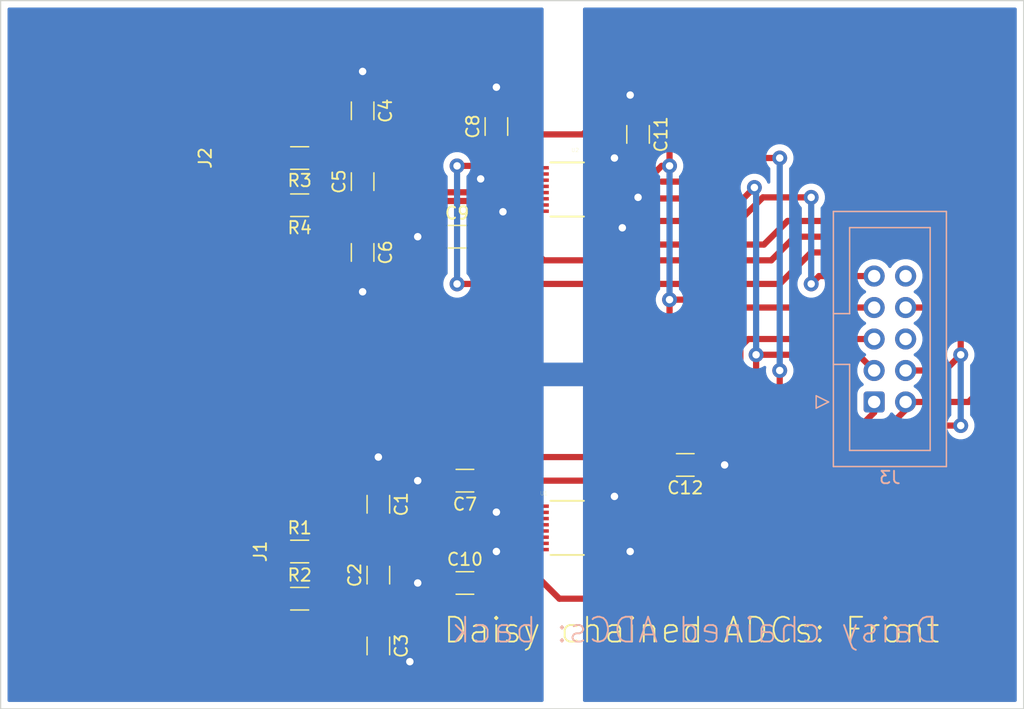
<source format=kicad_pcb>
(kicad_pcb (version 20171130) (host pcbnew "(5.1.7)-1")

  (general
    (thickness 1.6)
    (drawings 6)
    (tracks 301)
    (zones 0)
    (modules 21)
    (nets 19)
  )

  (page A4)
  (layers
    (0 F.Cu signal)
    (31 B.Cu signal)
    (32 B.Adhes user)
    (33 F.Adhes user)
    (34 B.Paste user)
    (35 F.Paste user)
    (36 B.SilkS user)
    (37 F.SilkS user)
    (38 B.Mask user)
    (39 F.Mask user)
    (40 Dwgs.User user)
    (41 Cmts.User user)
    (42 Eco1.User user)
    (43 Eco2.User user)
    (44 Edge.Cuts user)
    (45 Margin user)
    (46 B.CrtYd user)
    (47 F.CrtYd user)
    (48 B.Fab user)
    (49 F.Fab user)
  )

  (setup
    (last_trace_width 0.25)
    (user_trace_width 0.5)
    (trace_clearance 0.2)
    (zone_clearance 0.508)
    (zone_45_only no)
    (trace_min 0.2)
    (via_size 0.8)
    (via_drill 0.4)
    (via_min_size 0.4)
    (via_min_drill 0.3)
    (user_via 1.2 0.6)
    (uvia_size 0.3)
    (uvia_drill 0.1)
    (uvias_allowed no)
    (uvia_min_size 0.2)
    (uvia_min_drill 0.1)
    (edge_width 0.1)
    (segment_width 0.2)
    (pcb_text_width 0.3)
    (pcb_text_size 1.5 1.5)
    (mod_edge_width 0.15)
    (mod_text_size 1 1)
    (mod_text_width 0.15)
    (pad_size 1.524 1.524)
    (pad_drill 0.762)
    (pad_to_mask_clearance 0)
    (aux_axis_origin 0 0)
    (visible_elements 7FFFFFFF)
    (pcbplotparams
      (layerselection 0x010fc_ffffffff)
      (usegerberextensions false)
      (usegerberattributes true)
      (usegerberadvancedattributes true)
      (creategerberjobfile true)
      (excludeedgelayer true)
      (linewidth 0.100000)
      (plotframeref false)
      (viasonmask false)
      (mode 1)
      (useauxorigin false)
      (hpglpennumber 1)
      (hpglpenspeed 20)
      (hpglpendiameter 15.000000)
      (psnegative false)
      (psa4output false)
      (plotreference true)
      (plotvalue true)
      (plotinvisibletext false)
      (padsonsilk false)
      (subtractmaskfromsilk false)
      (outputformat 1)
      (mirror false)
      (drillshape 1)
      (scaleselection 1)
      (outputdirectory ""))
  )

  (net 0 "")
  (net 1 "Net-(C1-Pad2)")
  (net 2 GND)
  (net 3 "Net-(C2-Pad2)")
  (net 4 "Net-(C4-Pad2)")
  (net 5 "Net-(C5-Pad2)")
  (net 6 "Net-(C10-Pad1)")
  (net 7 "Net-(J2-PadR)")
  (net 8 "Net-(J2-PadT)")
  (net 9 "Net-(C7-Pad2)")
  (net 10 "Net-(C11-Pad2)")
  (net 11 "Net-(J1-PadT)")
  (net 12 "Net-(J1-PadR)")
  (net 13 "Net-(J3-Pad2)")
  (net 14 "Net-(J3-Pad9)")
  (net 15 "Net-(J3-Pad5)")
  (net 16 "Net-(J3-Pad1)")
  (net 17 "Net-(U1-Pad12)")
  (net 18 "Net-(J3-Pad3)")

  (net_class Default "This is the default net class."
    (clearance 0.2)
    (trace_width 0.25)
    (via_dia 0.8)
    (via_drill 0.4)
    (uvia_dia 0.3)
    (uvia_drill 0.1)
    (add_net GND)
    (add_net "Net-(C1-Pad2)")
    (add_net "Net-(C10-Pad1)")
    (add_net "Net-(C11-Pad2)")
    (add_net "Net-(C2-Pad2)")
    (add_net "Net-(C4-Pad2)")
    (add_net "Net-(C5-Pad2)")
    (add_net "Net-(C7-Pad2)")
    (add_net "Net-(J1-PadR)")
    (add_net "Net-(J1-PadT)")
    (add_net "Net-(J2-PadR)")
    (add_net "Net-(J2-PadT)")
    (add_net "Net-(J3-Pad1)")
    (add_net "Net-(J3-Pad2)")
    (add_net "Net-(J3-Pad3)")
    (add_net "Net-(J3-Pad5)")
    (add_net "Net-(J3-Pad9)")
    (add_net "Net-(U1-Pad12)")
  )

  (module Capacitor_SMD:C_1206_3216Metric_Pad1.33x1.80mm_HandSolder (layer F.Cu) (tedit 5F68FEEF) (tstamp 5F9FEEDD)
    (at 153.035 55.245 270)
    (descr "Capacitor SMD 1206 (3216 Metric), square (rectangular) end terminal, IPC_7351 nominal with elongated pad for handsoldering. (Body size source: IPC-SM-782 page 76, https://www.pcb-3d.com/wordpress/wp-content/uploads/ipc-sm-782a_amendment_1_and_2.pdf), generated with kicad-footprint-generator")
    (tags "capacitor handsolder")
    (path /5FC54C26)
    (attr smd)
    (fp_text reference C11 (at 0 -1.85 90) (layer F.SilkS)
      (effects (font (size 1 1) (thickness 0.15)))
    )
    (fp_text value 0.1uF (at 0 1.85 90) (layer F.Fab)
      (effects (font (size 1 1) (thickness 0.15)))
    )
    (fp_line (start 2.48 1.15) (end -2.48 1.15) (layer F.CrtYd) (width 0.05))
    (fp_line (start 2.48 -1.15) (end 2.48 1.15) (layer F.CrtYd) (width 0.05))
    (fp_line (start -2.48 -1.15) (end 2.48 -1.15) (layer F.CrtYd) (width 0.05))
    (fp_line (start -2.48 1.15) (end -2.48 -1.15) (layer F.CrtYd) (width 0.05))
    (fp_line (start -0.711252 0.91) (end 0.711252 0.91) (layer F.SilkS) (width 0.12))
    (fp_line (start -0.711252 -0.91) (end 0.711252 -0.91) (layer F.SilkS) (width 0.12))
    (fp_line (start 1.6 0.8) (end -1.6 0.8) (layer F.Fab) (width 0.1))
    (fp_line (start 1.6 -0.8) (end 1.6 0.8) (layer F.Fab) (width 0.1))
    (fp_line (start -1.6 -0.8) (end 1.6 -0.8) (layer F.Fab) (width 0.1))
    (fp_line (start -1.6 0.8) (end -1.6 -0.8) (layer F.Fab) (width 0.1))
    (fp_text user %R (at 0 0 90) (layer F.Fab)
      (effects (font (size 0.8 0.8) (thickness 0.12)))
    )
    (pad 2 smd roundrect (at 1.5625 0 270) (size 1.325 1.8) (layers F.Cu F.Paste F.Mask) (roundrect_rratio 0.188679)
      (net 10 "Net-(C11-Pad2)"))
    (pad 1 smd roundrect (at -1.5625 0 270) (size 1.325 1.8) (layers F.Cu F.Paste F.Mask) (roundrect_rratio 0.188679)
      (net 2 GND))
    (model ${KISYS3DMOD}/Capacitor_SMD.3dshapes/C_1206_3216Metric.wrl
      (at (xyz 0 0 0))
      (scale (xyz 1 1 1))
      (rotate (xyz 0 0 0))
    )
  )

  (module adc_mylib:MSOP-16_MS (layer F.Cu) (tedit 5F96C72C) (tstamp 5F9FF04E)
    (at 147.32 86.995)
    (path /5FB4D282)
    (fp_text reference U1 (at -1.8829 -2.79103) (layer F.SilkS)
      (effects (font (size 0.314961 0.314961) (thickness 0.015)))
    )
    (fp_text value LTC2380CMS-16PBF (at -0.8829 2.79103) (layer F.Fab)
      (effects (font (size 0.314961 0.314961) (thickness 0.015)))
    )
    (fp_line (start 1.3462 -2.1844) (end -1.3462 -2.1844) (layer F.SilkS) (width 0.1524))
    (fp_line (start -1.3462 2.1844) (end 1.3462 2.1844) (layer F.SilkS) (width 0.1524))
    (fp_line (start -1.5494 -2.0828) (end -1.5494 2.0828) (layer F.Fab) (width 0.1524))
    (fp_line (start 0.3048 -2.0828) (end -1.5494 -2.0828) (layer F.Fab) (width 0.1524))
    (fp_line (start 1.5494 -2.0828) (end 0.3048 -2.0828) (layer F.Fab) (width 0.1524))
    (fp_line (start 1.5494 2.0828) (end 1.5494 -2.0828) (layer F.Fab) (width 0.1524))
    (fp_line (start -1.5494 2.0828) (end 1.5494 2.0828) (layer F.Fab) (width 0.1524))
    (fp_line (start 2.5146 -1.8796) (end 1.5494 -1.8796) (layer F.Fab) (width 0.1524))
    (fp_line (start 2.5146 -1.6002) (end 2.5146 -1.8796) (layer F.Fab) (width 0.1524))
    (fp_line (start 1.5494 -1.6002) (end 2.5146 -1.6002) (layer F.Fab) (width 0.1524))
    (fp_line (start 1.5494 -1.8796) (end 1.5494 -1.6002) (layer F.Fab) (width 0.1524))
    (fp_line (start 2.5146 -1.397) (end 1.5494 -1.397) (layer F.Fab) (width 0.1524))
    (fp_line (start 2.54 -1.1176) (end 2.5146 -1.397) (layer F.Fab) (width 0.1524))
    (fp_line (start 1.5494 -1.1176) (end 2.54 -1.1176) (layer F.Fab) (width 0.1524))
    (fp_line (start 1.5494 -1.397) (end 1.5494 -1.1176) (layer F.Fab) (width 0.1524))
    (fp_line (start 2.54 -0.889) (end 1.5494 -0.889) (layer F.Fab) (width 0.1524))
    (fp_line (start 2.54 -0.6096) (end 2.54 -0.889) (layer F.Fab) (width 0.1524))
    (fp_line (start 1.5494 -0.6096) (end 2.54 -0.6096) (layer F.Fab) (width 0.1524))
    (fp_line (start 1.5494 -0.889) (end 1.5494 -0.6096) (layer F.Fab) (width 0.1524))
    (fp_line (start 2.54 -0.381) (end 1.5494 -0.381) (layer F.Fab) (width 0.1524))
    (fp_line (start 2.54 -0.1016) (end 2.54 -0.381) (layer F.Fab) (width 0.1524))
    (fp_line (start 1.5494 -0.1016) (end 2.54 -0.1016) (layer F.Fab) (width 0.1524))
    (fp_line (start 1.5494 -0.381) (end 1.5494 -0.1016) (layer F.Fab) (width 0.1524))
    (fp_line (start 2.54 0.1016) (end 1.5494 0.1016) (layer F.Fab) (width 0.1524))
    (fp_line (start 2.54 0.381) (end 2.54 0.1016) (layer F.Fab) (width 0.1524))
    (fp_line (start 1.5494 0.381) (end 2.54 0.381) (layer F.Fab) (width 0.1524))
    (fp_line (start 1.5494 0.1016) (end 1.5494 0.381) (layer F.Fab) (width 0.1524))
    (fp_line (start 2.54 0.6096) (end 1.5494 0.6096) (layer F.Fab) (width 0.1524))
    (fp_line (start 2.54 0.889) (end 2.54 0.6096) (layer F.Fab) (width 0.1524))
    (fp_line (start 1.5494 0.889) (end 2.54 0.889) (layer F.Fab) (width 0.1524))
    (fp_line (start 1.5494 0.6096) (end 1.5494 0.889) (layer F.Fab) (width 0.1524))
    (fp_line (start 2.54 1.1176) (end 1.5494 1.1176) (layer F.Fab) (width 0.1524))
    (fp_line (start 2.54 1.397) (end 2.54 1.1176) (layer F.Fab) (width 0.1524))
    (fp_line (start 1.5494 1.397) (end 2.54 1.397) (layer F.Fab) (width 0.1524))
    (fp_line (start 1.5494 1.1176) (end 1.5494 1.397) (layer F.Fab) (width 0.1524))
    (fp_line (start 2.54 1.6002) (end 1.5494 1.6002) (layer F.Fab) (width 0.1524))
    (fp_line (start 2.54 1.8796) (end 2.54 1.6002) (layer F.Fab) (width 0.1524))
    (fp_line (start 1.5494 1.8796) (end 2.54 1.8796) (layer F.Fab) (width 0.1524))
    (fp_line (start 1.5494 1.6002) (end 1.5494 1.8796) (layer F.Fab) (width 0.1524))
    (fp_line (start -2.5146 1.8796) (end -1.5494 1.8796) (layer F.Fab) (width 0.1524))
    (fp_line (start -2.5146 1.6002) (end -2.5146 1.8796) (layer F.Fab) (width 0.1524))
    (fp_line (start -1.5494 1.6002) (end -2.5146 1.6002) (layer F.Fab) (width 0.1524))
    (fp_line (start -1.5494 1.8796) (end -1.5494 1.6002) (layer F.Fab) (width 0.1524))
    (fp_line (start -2.5146 1.397) (end -1.5494 1.397) (layer F.Fab) (width 0.1524))
    (fp_line (start -2.5146 1.1176) (end -2.5146 1.397) (layer F.Fab) (width 0.1524))
    (fp_line (start -1.5494 1.1176) (end -2.5146 1.1176) (layer F.Fab) (width 0.1524))
    (fp_line (start -1.5494 1.397) (end -1.5494 1.1176) (layer F.Fab) (width 0.1524))
    (fp_line (start -2.5146 0.889) (end -1.5494 0.889) (layer F.Fab) (width 0.1524))
    (fp_line (start -2.5146 0.6096) (end -2.5146 0.889) (layer F.Fab) (width 0.1524))
    (fp_line (start -1.5494 0.6096) (end -2.5146 0.6096) (layer F.Fab) (width 0.1524))
    (fp_line (start -1.5494 0.889) (end -1.5494 0.6096) (layer F.Fab) (width 0.1524))
    (fp_line (start -2.54 0.381) (end -1.5494 0.381) (layer F.Fab) (width 0.1524))
    (fp_line (start -2.54 0.1016) (end -2.54 0.381) (layer F.Fab) (width 0.1524))
    (fp_line (start -1.5494 0.1016) (end -2.54 0.1016) (layer F.Fab) (width 0.1524))
    (fp_line (start -1.5494 0.381) (end -1.5494 0.1016) (layer F.Fab) (width 0.1524))
    (fp_line (start -2.54 -0.1016) (end -1.5494 -0.1016) (layer F.Fab) (width 0.1524))
    (fp_line (start -2.54 -0.381) (end -2.54 -0.1016) (layer F.Fab) (width 0.1524))
    (fp_line (start -1.5494 -0.381) (end -2.54 -0.381) (layer F.Fab) (width 0.1524))
    (fp_line (start -1.5494 -0.1016) (end -1.5494 -0.381) (layer F.Fab) (width 0.1524))
    (fp_line (start -2.54 -0.6096) (end -1.5494 -0.6096) (layer F.Fab) (width 0.1524))
    (fp_line (start -2.54 -0.889) (end -2.54 -0.6096) (layer F.Fab) (width 0.1524))
    (fp_line (start -1.5494 -0.889) (end -2.54 -0.889) (layer F.Fab) (width 0.1524))
    (fp_line (start -1.5494 -0.6096) (end -1.5494 -0.889) (layer F.Fab) (width 0.1524))
    (fp_line (start -2.54 -1.1176) (end -1.5494 -1.1176) (layer F.Fab) (width 0.1524))
    (fp_line (start -2.54 -1.397) (end -2.54 -1.1176) (layer F.Fab) (width 0.1524))
    (fp_line (start -1.5494 -1.397) (end -2.54 -1.397) (layer F.Fab) (width 0.1524))
    (fp_line (start -1.5494 -1.1176) (end -1.5494 -1.397) (layer F.Fab) (width 0.1524))
    (fp_line (start -2.54 -1.6002) (end -1.5494 -1.6002) (layer F.Fab) (width 0.1524))
    (fp_line (start -2.54 -1.8796) (end -2.54 -1.6002) (layer F.Fab) (width 0.1524))
    (fp_line (start -1.5494 -1.8796) (end -2.54 -1.8796) (layer F.Fab) (width 0.1524))
    (fp_line (start -1.5494 -1.6002) (end -1.5494 -1.8796) (layer F.Fab) (width 0.1524))
    (fp_arc (start 0 -2.0701) (end -0.3048 -2.0574) (angle -180) (layer F.Fab) (width 0.1524))
    (pad 1 smd rect (at -2.1844 -1.75133) (size 1.397 0.2794) (layers F.Cu F.Paste F.Mask)
      (net 10 "Net-(C11-Pad2)"))
    (pad 2 smd rect (at -2.1844 -1.25095) (size 1.397 0.2794) (layers F.Cu F.Paste F.Mask)
      (net 9 "Net-(C7-Pad2)"))
    (pad 3 smd rect (at -2.1844 -0.750569) (size 1.397 0.2794) (layers F.Cu F.Paste F.Mask)
      (net 2 GND))
    (pad 4 smd rect (at -2.1844 -0.250191) (size 1.397 0.2794) (layers F.Cu F.Paste F.Mask)
      (net 1 "Net-(C1-Pad2)"))
    (pad 5 smd rect (at -2.1844 0.250191) (size 1.397 0.2794) (layers F.Cu F.Paste F.Mask)
      (net 3 "Net-(C2-Pad2)"))
    (pad 6 smd rect (at -2.1844 0.750569) (size 1.397 0.2794) (layers F.Cu F.Paste F.Mask)
      (net 2 GND))
    (pad 7 smd rect (at -2.1844 1.25095) (size 1.397 0.2794) (layers F.Cu F.Paste F.Mask)
      (net 6 "Net-(C10-Pad1)"))
    (pad 8 smd rect (at -2.1844 1.75133) (size 1.397 0.2794) (layers F.Cu F.Paste F.Mask)
      (net 6 "Net-(C10-Pad1)"))
    (pad 9 smd rect (at 2.1844 1.75133) (size 1.397 0.2794) (layers F.Cu F.Paste F.Mask)
      (net 13 "Net-(J3-Pad2)"))
    (pad 10 smd rect (at 2.1844 1.25095) (size 1.397 0.2794) (layers F.Cu F.Paste F.Mask)
      (net 2 GND))
    (pad 11 smd rect (at 2.1844 0.750569) (size 1.397 0.2794) (layers F.Cu F.Paste F.Mask)
      (net 16 "Net-(J3-Pad1)"))
    (pad 12 smd rect (at 2.1844 0.250191) (size 1.397 0.2794) (layers F.Cu F.Paste F.Mask)
      (net 17 "Net-(U1-Pad12)"))
    (pad 13 smd rect (at 2.1844 -0.250191) (size 1.397 0.2794) (layers F.Cu F.Paste F.Mask)
      (net 18 "Net-(J3-Pad3)"))
    (pad 14 smd rect (at 2.1844 -0.750569) (size 1.397 0.2794) (layers F.Cu F.Paste F.Mask)
      (net 15 "Net-(J3-Pad5)"))
    (pad 15 smd rect (at 2.1844 -1.25095) (size 1.397 0.2794) (layers F.Cu F.Paste F.Mask)
      (net 10 "Net-(C11-Pad2)"))
    (pad 16 smd rect (at 2.1844 -1.75133) (size 1.397 0.2794) (layers F.Cu F.Paste F.Mask)
      (net 2 GND))
  )

  (module adc_mylib:MSOP-16_MS (layer F.Cu) (tedit 5F96C72C) (tstamp 5F9FF0AA)
    (at 147.32 59.69)
    (path /5FB4F9E1)
    (fp_text reference U2 (at 0.635 -3.175) (layer F.SilkS)
      (effects (font (size 0.314961 0.314961) (thickness 0.015)))
    )
    (fp_text value LTC2380CMS-16PBF (at -0.8829 2.79103) (layer F.Fab)
      (effects (font (size 0.314961 0.314961) (thickness 0.015)))
    )
    (fp_line (start 1.3462 -2.1844) (end -1.3462 -2.1844) (layer F.SilkS) (width 0.1524))
    (fp_line (start -1.3462 2.1844) (end 1.3462 2.1844) (layer F.SilkS) (width 0.1524))
    (fp_line (start -1.5494 -2.0828) (end -1.5494 2.0828) (layer F.Fab) (width 0.1524))
    (fp_line (start 0.3048 -2.0828) (end -1.5494 -2.0828) (layer F.Fab) (width 0.1524))
    (fp_line (start 1.5494 -2.0828) (end 0.3048 -2.0828) (layer F.Fab) (width 0.1524))
    (fp_line (start 1.5494 2.0828) (end 1.5494 -2.0828) (layer F.Fab) (width 0.1524))
    (fp_line (start -1.5494 2.0828) (end 1.5494 2.0828) (layer F.Fab) (width 0.1524))
    (fp_line (start 2.5146 -1.8796) (end 1.5494 -1.8796) (layer F.Fab) (width 0.1524))
    (fp_line (start 2.5146 -1.6002) (end 2.5146 -1.8796) (layer F.Fab) (width 0.1524))
    (fp_line (start 1.5494 -1.6002) (end 2.5146 -1.6002) (layer F.Fab) (width 0.1524))
    (fp_line (start 1.5494 -1.8796) (end 1.5494 -1.6002) (layer F.Fab) (width 0.1524))
    (fp_line (start 2.5146 -1.397) (end 1.5494 -1.397) (layer F.Fab) (width 0.1524))
    (fp_line (start 2.54 -1.1176) (end 2.5146 -1.397) (layer F.Fab) (width 0.1524))
    (fp_line (start 1.5494 -1.1176) (end 2.54 -1.1176) (layer F.Fab) (width 0.1524))
    (fp_line (start 1.5494 -1.397) (end 1.5494 -1.1176) (layer F.Fab) (width 0.1524))
    (fp_line (start 2.54 -0.889) (end 1.5494 -0.889) (layer F.Fab) (width 0.1524))
    (fp_line (start 2.54 -0.6096) (end 2.54 -0.889) (layer F.Fab) (width 0.1524))
    (fp_line (start 1.5494 -0.6096) (end 2.54 -0.6096) (layer F.Fab) (width 0.1524))
    (fp_line (start 1.5494 -0.889) (end 1.5494 -0.6096) (layer F.Fab) (width 0.1524))
    (fp_line (start 2.54 -0.381) (end 1.5494 -0.381) (layer F.Fab) (width 0.1524))
    (fp_line (start 2.54 -0.1016) (end 2.54 -0.381) (layer F.Fab) (width 0.1524))
    (fp_line (start 1.5494 -0.1016) (end 2.54 -0.1016) (layer F.Fab) (width 0.1524))
    (fp_line (start 1.5494 -0.381) (end 1.5494 -0.1016) (layer F.Fab) (width 0.1524))
    (fp_line (start 2.54 0.1016) (end 1.5494 0.1016) (layer F.Fab) (width 0.1524))
    (fp_line (start 2.54 0.381) (end 2.54 0.1016) (layer F.Fab) (width 0.1524))
    (fp_line (start 1.5494 0.381) (end 2.54 0.381) (layer F.Fab) (width 0.1524))
    (fp_line (start 1.5494 0.1016) (end 1.5494 0.381) (layer F.Fab) (width 0.1524))
    (fp_line (start 2.54 0.6096) (end 1.5494 0.6096) (layer F.Fab) (width 0.1524))
    (fp_line (start 2.54 0.889) (end 2.54 0.6096) (layer F.Fab) (width 0.1524))
    (fp_line (start 1.5494 0.889) (end 2.54 0.889) (layer F.Fab) (width 0.1524))
    (fp_line (start 1.5494 0.6096) (end 1.5494 0.889) (layer F.Fab) (width 0.1524))
    (fp_line (start 2.54 1.1176) (end 1.5494 1.1176) (layer F.Fab) (width 0.1524))
    (fp_line (start 2.54 1.397) (end 2.54 1.1176) (layer F.Fab) (width 0.1524))
    (fp_line (start 1.5494 1.397) (end 2.54 1.397) (layer F.Fab) (width 0.1524))
    (fp_line (start 1.5494 1.1176) (end 1.5494 1.397) (layer F.Fab) (width 0.1524))
    (fp_line (start 2.54 1.6002) (end 1.5494 1.6002) (layer F.Fab) (width 0.1524))
    (fp_line (start 2.54 1.8796) (end 2.54 1.6002) (layer F.Fab) (width 0.1524))
    (fp_line (start 1.5494 1.8796) (end 2.54 1.8796) (layer F.Fab) (width 0.1524))
    (fp_line (start 1.5494 1.6002) (end 1.5494 1.8796) (layer F.Fab) (width 0.1524))
    (fp_line (start -2.5146 1.8796) (end -1.5494 1.8796) (layer F.Fab) (width 0.1524))
    (fp_line (start -2.5146 1.6002) (end -2.5146 1.8796) (layer F.Fab) (width 0.1524))
    (fp_line (start -1.5494 1.6002) (end -2.5146 1.6002) (layer F.Fab) (width 0.1524))
    (fp_line (start -1.5494 1.8796) (end -1.5494 1.6002) (layer F.Fab) (width 0.1524))
    (fp_line (start -2.5146 1.397) (end -1.5494 1.397) (layer F.Fab) (width 0.1524))
    (fp_line (start -2.5146 1.1176) (end -2.5146 1.397) (layer F.Fab) (width 0.1524))
    (fp_line (start -1.5494 1.1176) (end -2.5146 1.1176) (layer F.Fab) (width 0.1524))
    (fp_line (start -1.5494 1.397) (end -1.5494 1.1176) (layer F.Fab) (width 0.1524))
    (fp_line (start -2.5146 0.889) (end -1.5494 0.889) (layer F.Fab) (width 0.1524))
    (fp_line (start -2.5146 0.6096) (end -2.5146 0.889) (layer F.Fab) (width 0.1524))
    (fp_line (start -1.5494 0.6096) (end -2.5146 0.6096) (layer F.Fab) (width 0.1524))
    (fp_line (start -1.5494 0.889) (end -1.5494 0.6096) (layer F.Fab) (width 0.1524))
    (fp_line (start -2.54 0.381) (end -1.5494 0.381) (layer F.Fab) (width 0.1524))
    (fp_line (start -2.54 0.1016) (end -2.54 0.381) (layer F.Fab) (width 0.1524))
    (fp_line (start -1.5494 0.1016) (end -2.54 0.1016) (layer F.Fab) (width 0.1524))
    (fp_line (start -1.5494 0.381) (end -1.5494 0.1016) (layer F.Fab) (width 0.1524))
    (fp_line (start -2.54 -0.1016) (end -1.5494 -0.1016) (layer F.Fab) (width 0.1524))
    (fp_line (start -2.54 -0.381) (end -2.54 -0.1016) (layer F.Fab) (width 0.1524))
    (fp_line (start -1.5494 -0.381) (end -2.54 -0.381) (layer F.Fab) (width 0.1524))
    (fp_line (start -1.5494 -0.1016) (end -1.5494 -0.381) (layer F.Fab) (width 0.1524))
    (fp_line (start -2.54 -0.6096) (end -1.5494 -0.6096) (layer F.Fab) (width 0.1524))
    (fp_line (start -2.54 -0.889) (end -2.54 -0.6096) (layer F.Fab) (width 0.1524))
    (fp_line (start -1.5494 -0.889) (end -2.54 -0.889) (layer F.Fab) (width 0.1524))
    (fp_line (start -1.5494 -0.6096) (end -1.5494 -0.889) (layer F.Fab) (width 0.1524))
    (fp_line (start -2.54 -1.1176) (end -1.5494 -1.1176) (layer F.Fab) (width 0.1524))
    (fp_line (start -2.54 -1.397) (end -2.54 -1.1176) (layer F.Fab) (width 0.1524))
    (fp_line (start -1.5494 -1.397) (end -2.54 -1.397) (layer F.Fab) (width 0.1524))
    (fp_line (start -1.5494 -1.1176) (end -1.5494 -1.397) (layer F.Fab) (width 0.1524))
    (fp_line (start -2.54 -1.6002) (end -1.5494 -1.6002) (layer F.Fab) (width 0.1524))
    (fp_line (start -2.54 -1.8796) (end -2.54 -1.6002) (layer F.Fab) (width 0.1524))
    (fp_line (start -1.5494 -1.8796) (end -2.54 -1.8796) (layer F.Fab) (width 0.1524))
    (fp_line (start -1.5494 -1.6002) (end -1.5494 -1.8796) (layer F.Fab) (width 0.1524))
    (fp_arc (start 0 -2.0701) (end -0.3048 -2.0574) (angle -180) (layer F.Fab) (width 0.1524))
    (pad 1 smd rect (at -2.1844 -1.75133) (size 1.397 0.2794) (layers F.Cu F.Paste F.Mask)
      (net 10 "Net-(C11-Pad2)"))
    (pad 2 smd rect (at -2.1844 -1.25095) (size 1.397 0.2794) (layers F.Cu F.Paste F.Mask)
      (net 9 "Net-(C7-Pad2)"))
    (pad 3 smd rect (at -2.1844 -0.750569) (size 1.397 0.2794) (layers F.Cu F.Paste F.Mask)
      (net 2 GND))
    (pad 4 smd rect (at -2.1844 -0.250191) (size 1.397 0.2794) (layers F.Cu F.Paste F.Mask)
      (net 4 "Net-(C4-Pad2)"))
    (pad 5 smd rect (at -2.1844 0.250191) (size 1.397 0.2794) (layers F.Cu F.Paste F.Mask)
      (net 5 "Net-(C5-Pad2)"))
    (pad 6 smd rect (at -2.1844 0.750569) (size 1.397 0.2794) (layers F.Cu F.Paste F.Mask)
      (net 2 GND))
    (pad 7 smd rect (at -2.1844 1.25095) (size 1.397 0.2794) (layers F.Cu F.Paste F.Mask)
      (net 6 "Net-(C10-Pad1)"))
    (pad 8 smd rect (at -2.1844 1.75133) (size 1.397 0.2794) (layers F.Cu F.Paste F.Mask)
      (net 6 "Net-(C10-Pad1)"))
    (pad 9 smd rect (at 2.1844 1.75133) (size 1.397 0.2794) (layers F.Cu F.Paste F.Mask)
      (net 13 "Net-(J3-Pad2)"))
    (pad 10 smd rect (at 2.1844 1.25095) (size 1.397 0.2794) (layers F.Cu F.Paste F.Mask)
      (net 2 GND))
    (pad 11 smd rect (at 2.1844 0.750569) (size 1.397 0.2794) (layers F.Cu F.Paste F.Mask)
      (net 14 "Net-(J3-Pad9)"))
    (pad 12 smd rect (at 2.1844 0.250191) (size 1.397 0.2794) (layers F.Cu F.Paste F.Mask)
      (net 2 GND))
    (pad 13 smd rect (at 2.1844 -0.250191) (size 1.397 0.2794) (layers F.Cu F.Paste F.Mask)
      (net 18 "Net-(J3-Pad3)"))
    (pad 14 smd rect (at 2.1844 -0.750569) (size 1.397 0.2794) (layers F.Cu F.Paste F.Mask)
      (net 17 "Net-(U1-Pad12)"))
    (pad 15 smd rect (at 2.1844 -1.25095) (size 1.397 0.2794) (layers F.Cu F.Paste F.Mask)
      (net 10 "Net-(C11-Pad2)"))
    (pad 16 smd rect (at 2.1844 -1.75133) (size 1.397 0.2794) (layers F.Cu F.Paste F.Mask)
      (net 2 GND))
  )

  (module Connector_IDC:IDC-Header_2x05_P2.54mm_Vertical (layer B.Cu) (tedit 5EAC9A07) (tstamp 5FB2ADA2)
    (at 172.085 76.835)
    (descr "Through hole IDC box header, 2x05, 2.54mm pitch, DIN 41651 / IEC 60603-13, double rows, https://docs.google.com/spreadsheets/d/16SsEcesNF15N3Lb4niX7dcUr-NY5_MFPQhobNuNppn4/edit#gid=0")
    (tags "Through hole vertical IDC box header THT 2x05 2.54mm double row")
    (path /5FB6B8CA)
    (fp_text reference J3 (at 1.27 6.1) (layer B.SilkS)
      (effects (font (size 1 1) (thickness 0.15)) (justify mirror))
    )
    (fp_text value Conn_01x10_Male (at 1.27 -16.26) (layer B.Fab)
      (effects (font (size 1 1) (thickness 0.15)) (justify mirror))
    )
    (fp_text user %R (at 1.27 -5.08 -90) (layer B.Fab)
      (effects (font (size 1 1) (thickness 0.15)) (justify mirror))
    )
    (fp_line (start -3.18 4.1) (end -2.18 5.1) (layer B.Fab) (width 0.1))
    (fp_line (start -2.18 5.1) (end 5.72 5.1) (layer B.Fab) (width 0.1))
    (fp_line (start 5.72 5.1) (end 5.72 -15.26) (layer B.Fab) (width 0.1))
    (fp_line (start 5.72 -15.26) (end -3.18 -15.26) (layer B.Fab) (width 0.1))
    (fp_line (start -3.18 -15.26) (end -3.18 4.1) (layer B.Fab) (width 0.1))
    (fp_line (start -3.18 -3.03) (end -1.98 -3.03) (layer B.Fab) (width 0.1))
    (fp_line (start -1.98 -3.03) (end -1.98 3.91) (layer B.Fab) (width 0.1))
    (fp_line (start -1.98 3.91) (end 4.52 3.91) (layer B.Fab) (width 0.1))
    (fp_line (start 4.52 3.91) (end 4.52 -14.07) (layer B.Fab) (width 0.1))
    (fp_line (start 4.52 -14.07) (end -1.98 -14.07) (layer B.Fab) (width 0.1))
    (fp_line (start -1.98 -14.07) (end -1.98 -7.13) (layer B.Fab) (width 0.1))
    (fp_line (start -1.98 -7.13) (end -1.98 -7.13) (layer B.Fab) (width 0.1))
    (fp_line (start -1.98 -7.13) (end -3.18 -7.13) (layer B.Fab) (width 0.1))
    (fp_line (start -3.29 5.21) (end 5.83 5.21) (layer B.SilkS) (width 0.12))
    (fp_line (start 5.83 5.21) (end 5.83 -15.37) (layer B.SilkS) (width 0.12))
    (fp_line (start 5.83 -15.37) (end -3.29 -15.37) (layer B.SilkS) (width 0.12))
    (fp_line (start -3.29 -15.37) (end -3.29 5.21) (layer B.SilkS) (width 0.12))
    (fp_line (start -3.29 -3.03) (end -1.98 -3.03) (layer B.SilkS) (width 0.12))
    (fp_line (start -1.98 -3.03) (end -1.98 3.91) (layer B.SilkS) (width 0.12))
    (fp_line (start -1.98 3.91) (end 4.52 3.91) (layer B.SilkS) (width 0.12))
    (fp_line (start 4.52 3.91) (end 4.52 -14.07) (layer B.SilkS) (width 0.12))
    (fp_line (start 4.52 -14.07) (end -1.98 -14.07) (layer B.SilkS) (width 0.12))
    (fp_line (start -1.98 -14.07) (end -1.98 -7.13) (layer B.SilkS) (width 0.12))
    (fp_line (start -1.98 -7.13) (end -1.98 -7.13) (layer B.SilkS) (width 0.12))
    (fp_line (start -1.98 -7.13) (end -3.29 -7.13) (layer B.SilkS) (width 0.12))
    (fp_line (start -3.68 0) (end -4.68 0.5) (layer B.SilkS) (width 0.12))
    (fp_line (start -4.68 0.5) (end -4.68 -0.5) (layer B.SilkS) (width 0.12))
    (fp_line (start -4.68 -0.5) (end -3.68 0) (layer B.SilkS) (width 0.12))
    (fp_line (start -3.68 5.6) (end -3.68 -15.76) (layer B.CrtYd) (width 0.05))
    (fp_line (start -3.68 -15.76) (end 6.22 -15.76) (layer B.CrtYd) (width 0.05))
    (fp_line (start 6.22 -15.76) (end 6.22 5.6) (layer B.CrtYd) (width 0.05))
    (fp_line (start 6.22 5.6) (end -3.68 5.6) (layer B.CrtYd) (width 0.05))
    (pad 10 thru_hole circle (at 2.54 -10.16) (size 1.7 1.7) (drill 1) (layers *.Cu *.Mask))
    (pad 8 thru_hole circle (at 2.54 -7.62) (size 1.7 1.7) (drill 1) (layers *.Cu *.Mask)
      (net 9 "Net-(C7-Pad2)"))
    (pad 6 thru_hole circle (at 2.54 -5.08) (size 1.7 1.7) (drill 1) (layers *.Cu *.Mask))
    (pad 4 thru_hole circle (at 2.54 -2.54) (size 1.7 1.7) (drill 1) (layers *.Cu *.Mask)
      (net 6 "Net-(C10-Pad1)"))
    (pad 2 thru_hole circle (at 2.54 0) (size 1.7 1.7) (drill 1) (layers *.Cu *.Mask)
      (net 13 "Net-(J3-Pad2)"))
    (pad 9 thru_hole circle (at 0 -10.16) (size 1.7 1.7) (drill 1) (layers *.Cu *.Mask)
      (net 14 "Net-(J3-Pad9)"))
    (pad 7 thru_hole circle (at 0 -7.62) (size 1.7 1.7) (drill 1) (layers *.Cu *.Mask)
      (net 10 "Net-(C11-Pad2)"))
    (pad 5 thru_hole circle (at 0 -5.08) (size 1.7 1.7) (drill 1) (layers *.Cu *.Mask)
      (net 15 "Net-(J3-Pad5)"))
    (pad 3 thru_hole circle (at 0 -2.54) (size 1.7 1.7) (drill 1) (layers *.Cu *.Mask)
      (net 18 "Net-(J3-Pad3)"))
    (pad 1 thru_hole roundrect (at 0 0) (size 1.7 1.7) (drill 1) (layers *.Cu *.Mask) (roundrect_rratio 0.147059)
      (net 16 "Net-(J3-Pad1)"))
    (model ${KISYS3DMOD}/Connector_IDC.3dshapes/IDC-Header_2x05_P2.54mm_Vertical.wrl
      (at (xyz 0 0 0))
      (scale (xyz 1 1 1))
      (rotate (xyz 0 0 0))
    )
  )

  (module adc_mylib:Lumberg_1503_03 (layer F.Cu) (tedit 5F9FD3CC) (tstamp 5FA14963)
    (at 113.665 88.9 90)
    (path /5FBE76C6)
    (fp_text reference J1 (at 0 8.89 90) (layer F.SilkS)
      (effects (font (size 1 1) (thickness 0.15)))
    )
    (fp_text value AudioJack3 (at 0 -6.35 90) (layer F.Fab)
      (effects (font (size 1 1) (thickness 0.15)))
    )
    (fp_poly (pts (xy 3.81 6.35) (xy -3.81 6.35) (xy -3.81 -5.08) (xy 3.81 -5.08)) (layer F.Fab) (width 0.1))
    (pad 5 smd rect (at 4.55 -3.1 90) (size 1.524 1.524) (layers F.Cu F.Paste F.Mask))
    (pad 4 smd rect (at -4.55 -3.1 90) (size 1.524 1.524) (layers F.Cu F.Paste F.Mask))
    (pad T smd rect (at -3.85 3.65 90) (size 1.524 1.524) (layers F.Cu F.Paste F.Mask)
      (net 11 "Net-(J1-PadT)"))
    (pad R smd rect (at 0 6.65 90) (size 1.524 1.524) (layers F.Cu F.Paste F.Mask)
      (net 12 "Net-(J1-PadR)"))
    (pad S smd rect (at 3.85 3.65 90) (size 1.524 1.524) (layers F.Cu F.Paste F.Mask)
      (net 2 GND))
  )

  (module Capacitor_SMD:C_1206_3216Metric_Pad1.33x1.80mm_HandSolder (layer F.Cu) (tedit 5F68FEEF) (tstamp 5FB29B1C)
    (at 156.845 81.915 180)
    (descr "Capacitor SMD 1206 (3216 Metric), square (rectangular) end terminal, IPC_7351 nominal with elongated pad for handsoldering. (Body size source: IPC-SM-782 page 76, https://www.pcb-3d.com/wordpress/wp-content/uploads/ipc-sm-782a_amendment_1_and_2.pdf), generated with kicad-footprint-generator")
    (tags "capacitor handsolder")
    (path /5FC5BAFC)
    (attr smd)
    (fp_text reference C12 (at 0 -1.85) (layer F.SilkS)
      (effects (font (size 1 1) (thickness 0.15)))
    )
    (fp_text value 0.1uF (at 0 1.85) (layer F.Fab)
      (effects (font (size 1 1) (thickness 0.15)))
    )
    (fp_text user %R (at 0 0) (layer F.Fab)
      (effects (font (size 0.8 0.8) (thickness 0.12)))
    )
    (fp_line (start -1.6 0.8) (end -1.6 -0.8) (layer F.Fab) (width 0.1))
    (fp_line (start -1.6 -0.8) (end 1.6 -0.8) (layer F.Fab) (width 0.1))
    (fp_line (start 1.6 -0.8) (end 1.6 0.8) (layer F.Fab) (width 0.1))
    (fp_line (start 1.6 0.8) (end -1.6 0.8) (layer F.Fab) (width 0.1))
    (fp_line (start -0.711252 -0.91) (end 0.711252 -0.91) (layer F.SilkS) (width 0.12))
    (fp_line (start -0.711252 0.91) (end 0.711252 0.91) (layer F.SilkS) (width 0.12))
    (fp_line (start -2.48 1.15) (end -2.48 -1.15) (layer F.CrtYd) (width 0.05))
    (fp_line (start -2.48 -1.15) (end 2.48 -1.15) (layer F.CrtYd) (width 0.05))
    (fp_line (start 2.48 -1.15) (end 2.48 1.15) (layer F.CrtYd) (width 0.05))
    (fp_line (start 2.48 1.15) (end -2.48 1.15) (layer F.CrtYd) (width 0.05))
    (pad 2 smd roundrect (at 1.5625 0 180) (size 1.325 1.8) (layers F.Cu F.Paste F.Mask) (roundrect_rratio 0.188679)
      (net 10 "Net-(C11-Pad2)"))
    (pad 1 smd roundrect (at -1.5625 0 180) (size 1.325 1.8) (layers F.Cu F.Paste F.Mask) (roundrect_rratio 0.188679)
      (net 2 GND))
    (model ${KISYS3DMOD}/Capacitor_SMD.3dshapes/C_1206_3216Metric.wrl
      (at (xyz 0 0 0))
      (scale (xyz 1 1 1))
      (rotate (xyz 0 0 0))
    )
  )

  (module Resistor_SMD:R_1206_3216Metric_Pad1.30x1.75mm_HandSolder (layer F.Cu) (tedit 5F68FEEE) (tstamp 5F9FEFF2)
    (at 125.73 60.96 180)
    (descr "Resistor SMD 1206 (3216 Metric), square (rectangular) end terminal, IPC_7351 nominal with elongated pad for handsoldering. (Body size source: IPC-SM-782 page 72, https://www.pcb-3d.com/wordpress/wp-content/uploads/ipc-sm-782a_amendment_1_and_2.pdf), generated with kicad-footprint-generator")
    (tags "resistor handsolder")
    (path /5FBF2EA6)
    (attr smd)
    (fp_text reference R4 (at 0 -1.82) (layer F.SilkS)
      (effects (font (size 1 1) (thickness 0.15)))
    )
    (fp_text value "20 Ohm" (at 0 1.82) (layer F.Fab)
      (effects (font (size 1 1) (thickness 0.15)))
    )
    (fp_line (start 2.45 1.12) (end -2.45 1.12) (layer F.CrtYd) (width 0.05))
    (fp_line (start 2.45 -1.12) (end 2.45 1.12) (layer F.CrtYd) (width 0.05))
    (fp_line (start -2.45 -1.12) (end 2.45 -1.12) (layer F.CrtYd) (width 0.05))
    (fp_line (start -2.45 1.12) (end -2.45 -1.12) (layer F.CrtYd) (width 0.05))
    (fp_line (start -0.727064 0.91) (end 0.727064 0.91) (layer F.SilkS) (width 0.12))
    (fp_line (start -0.727064 -0.91) (end 0.727064 -0.91) (layer F.SilkS) (width 0.12))
    (fp_line (start 1.6 0.8) (end -1.6 0.8) (layer F.Fab) (width 0.1))
    (fp_line (start 1.6 -0.8) (end 1.6 0.8) (layer F.Fab) (width 0.1))
    (fp_line (start -1.6 -0.8) (end 1.6 -0.8) (layer F.Fab) (width 0.1))
    (fp_line (start -1.6 0.8) (end -1.6 -0.8) (layer F.Fab) (width 0.1))
    (fp_text user %R (at 0 0) (layer F.Fab)
      (effects (font (size 0.8 0.8) (thickness 0.12)))
    )
    (pad 2 smd roundrect (at 1.55 0 180) (size 1.3 1.75) (layers F.Cu F.Paste F.Mask) (roundrect_rratio 0.192308)
      (net 8 "Net-(J2-PadT)"))
    (pad 1 smd roundrect (at -1.55 0 180) (size 1.3 1.75) (layers F.Cu F.Paste F.Mask) (roundrect_rratio 0.192308)
      (net 5 "Net-(C5-Pad2)"))
    (model ${KISYS3DMOD}/Resistor_SMD.3dshapes/R_1206_3216Metric.wrl
      (at (xyz 0 0 0))
      (scale (xyz 1 1 1))
      (rotate (xyz 0 0 0))
    )
  )

  (module Resistor_SMD:R_1206_3216Metric_Pad1.30x1.75mm_HandSolder (layer F.Cu) (tedit 5F68FEEE) (tstamp 5F9FF485)
    (at 125.73 57.15 180)
    (descr "Resistor SMD 1206 (3216 Metric), square (rectangular) end terminal, IPC_7351 nominal with elongated pad for handsoldering. (Body size source: IPC-SM-782 page 72, https://www.pcb-3d.com/wordpress/wp-content/uploads/ipc-sm-782a_amendment_1_and_2.pdf), generated with kicad-footprint-generator")
    (tags "resistor handsolder")
    (path /5FBF2EAC)
    (attr smd)
    (fp_text reference R3 (at 0 -1.82) (layer F.SilkS)
      (effects (font (size 1 1) (thickness 0.15)))
    )
    (fp_text value "20 Ohm" (at 0 1.82) (layer F.Fab)
      (effects (font (size 1 1) (thickness 0.15)))
    )
    (fp_line (start 2.45 1.12) (end -2.45 1.12) (layer F.CrtYd) (width 0.05))
    (fp_line (start 2.45 -1.12) (end 2.45 1.12) (layer F.CrtYd) (width 0.05))
    (fp_line (start -2.45 -1.12) (end 2.45 -1.12) (layer F.CrtYd) (width 0.05))
    (fp_line (start -2.45 1.12) (end -2.45 -1.12) (layer F.CrtYd) (width 0.05))
    (fp_line (start -0.727064 0.91) (end 0.727064 0.91) (layer F.SilkS) (width 0.12))
    (fp_line (start -0.727064 -0.91) (end 0.727064 -0.91) (layer F.SilkS) (width 0.12))
    (fp_line (start 1.6 0.8) (end -1.6 0.8) (layer F.Fab) (width 0.1))
    (fp_line (start 1.6 -0.8) (end 1.6 0.8) (layer F.Fab) (width 0.1))
    (fp_line (start -1.6 -0.8) (end 1.6 -0.8) (layer F.Fab) (width 0.1))
    (fp_line (start -1.6 0.8) (end -1.6 -0.8) (layer F.Fab) (width 0.1))
    (fp_text user %R (at 0 0) (layer F.Fab)
      (effects (font (size 0.8 0.8) (thickness 0.12)))
    )
    (pad 2 smd roundrect (at 1.55 0 180) (size 1.3 1.75) (layers F.Cu F.Paste F.Mask) (roundrect_rratio 0.192308)
      (net 7 "Net-(J2-PadR)"))
    (pad 1 smd roundrect (at -1.55 0 180) (size 1.3 1.75) (layers F.Cu F.Paste F.Mask) (roundrect_rratio 0.192308)
      (net 4 "Net-(C4-Pad2)"))
    (model ${KISYS3DMOD}/Resistor_SMD.3dshapes/R_1206_3216Metric.wrl
      (at (xyz 0 0 0))
      (scale (xyz 1 1 1))
      (rotate (xyz 0 0 0))
    )
  )

  (module Resistor_SMD:R_1206_3216Metric_Pad1.30x1.75mm_HandSolder (layer F.Cu) (tedit 5F68FEEE) (tstamp 5F9FEFD0)
    (at 125.73 92.71 180)
    (descr "Resistor SMD 1206 (3216 Metric), square (rectangular) end terminal, IPC_7351 nominal with elongated pad for handsoldering. (Body size source: IPC-SM-782 page 72, https://www.pcb-3d.com/wordpress/wp-content/uploads/ipc-sm-782a_amendment_1_and_2.pdf), generated with kicad-footprint-generator")
    (tags "resistor handsolder")
    (path /5FBE76B8)
    (attr smd)
    (fp_text reference R2 (at 0 1.905) (layer F.SilkS)
      (effects (font (size 1 1) (thickness 0.15)))
    )
    (fp_text value "20 Ohm" (at 0 1.82) (layer F.Fab)
      (effects (font (size 1 1) (thickness 0.15)))
    )
    (fp_line (start 2.45 1.12) (end -2.45 1.12) (layer F.CrtYd) (width 0.05))
    (fp_line (start 2.45 -1.12) (end 2.45 1.12) (layer F.CrtYd) (width 0.05))
    (fp_line (start -2.45 -1.12) (end 2.45 -1.12) (layer F.CrtYd) (width 0.05))
    (fp_line (start -2.45 1.12) (end -2.45 -1.12) (layer F.CrtYd) (width 0.05))
    (fp_line (start -0.727064 0.91) (end 0.727064 0.91) (layer F.SilkS) (width 0.12))
    (fp_line (start -0.727064 -0.91) (end 0.727064 -0.91) (layer F.SilkS) (width 0.12))
    (fp_line (start 1.6 0.8) (end -1.6 0.8) (layer F.Fab) (width 0.1))
    (fp_line (start 1.6 -0.8) (end 1.6 0.8) (layer F.Fab) (width 0.1))
    (fp_line (start -1.6 -0.8) (end 1.6 -0.8) (layer F.Fab) (width 0.1))
    (fp_line (start -1.6 0.8) (end -1.6 -0.8) (layer F.Fab) (width 0.1))
    (fp_text user %R (at 0 0) (layer F.Fab)
      (effects (font (size 0.8 0.8) (thickness 0.12)))
    )
    (pad 2 smd roundrect (at 1.55 0 180) (size 1.3 1.75) (layers F.Cu F.Paste F.Mask) (roundrect_rratio 0.192308)
      (net 11 "Net-(J1-PadT)"))
    (pad 1 smd roundrect (at -1.55 0 180) (size 1.3 1.75) (layers F.Cu F.Paste F.Mask) (roundrect_rratio 0.192308)
      (net 3 "Net-(C2-Pad2)"))
    (model ${KISYS3DMOD}/Resistor_SMD.3dshapes/R_1206_3216Metric.wrl
      (at (xyz 0 0 0))
      (scale (xyz 1 1 1))
      (rotate (xyz 0 0 0))
    )
  )

  (module Resistor_SMD:R_1206_3216Metric_Pad1.30x1.75mm_HandSolder (layer F.Cu) (tedit 5F68FEEE) (tstamp 5F9FEFBF)
    (at 125.73 88.9 180)
    (descr "Resistor SMD 1206 (3216 Metric), square (rectangular) end terminal, IPC_7351 nominal with elongated pad for handsoldering. (Body size source: IPC-SM-782 page 72, https://www.pcb-3d.com/wordpress/wp-content/uploads/ipc-sm-782a_amendment_1_and_2.pdf), generated with kicad-footprint-generator")
    (tags "resistor handsolder")
    (path /5FBE76BE)
    (attr smd)
    (fp_text reference R1 (at 0 1.905) (layer F.SilkS)
      (effects (font (size 1 1) (thickness 0.15)))
    )
    (fp_text value "20 Ohm" (at 0 1.82) (layer F.Fab)
      (effects (font (size 1 1) (thickness 0.15)))
    )
    (fp_line (start 2.45 1.12) (end -2.45 1.12) (layer F.CrtYd) (width 0.05))
    (fp_line (start 2.45 -1.12) (end 2.45 1.12) (layer F.CrtYd) (width 0.05))
    (fp_line (start -2.45 -1.12) (end 2.45 -1.12) (layer F.CrtYd) (width 0.05))
    (fp_line (start -2.45 1.12) (end -2.45 -1.12) (layer F.CrtYd) (width 0.05))
    (fp_line (start -0.727064 0.91) (end 0.727064 0.91) (layer F.SilkS) (width 0.12))
    (fp_line (start -0.727064 -0.91) (end 0.727064 -0.91) (layer F.SilkS) (width 0.12))
    (fp_line (start 1.6 0.8) (end -1.6 0.8) (layer F.Fab) (width 0.1))
    (fp_line (start 1.6 -0.8) (end 1.6 0.8) (layer F.Fab) (width 0.1))
    (fp_line (start -1.6 -0.8) (end 1.6 -0.8) (layer F.Fab) (width 0.1))
    (fp_line (start -1.6 0.8) (end -1.6 -0.8) (layer F.Fab) (width 0.1))
    (fp_text user %R (at 0 0 90) (layer F.Fab)
      (effects (font (size 0.8 0.8) (thickness 0.12)))
    )
    (pad 2 smd roundrect (at 1.55 0 180) (size 1.3 1.75) (layers F.Cu F.Paste F.Mask) (roundrect_rratio 0.192308)
      (net 12 "Net-(J1-PadR)"))
    (pad 1 smd roundrect (at -1.55 0 180) (size 1.3 1.75) (layers F.Cu F.Paste F.Mask) (roundrect_rratio 0.192308)
      (net 1 "Net-(C1-Pad2)"))
    (model ${KISYS3DMOD}/Resistor_SMD.3dshapes/R_1206_3216Metric.wrl
      (at (xyz 0 0 0))
      (scale (xyz 1 1 1))
      (rotate (xyz 0 0 0))
    )
  )

  (module adc_mylib:Lumberg_1503_03 (layer F.Cu) (tedit 5F9FD3CC) (tstamp 5F9FEEFC)
    (at 113.665 57.15 90)
    (path /5FBF2EB4)
    (fp_text reference J2 (at 0 4.445 90) (layer F.SilkS)
      (effects (font (size 1 1) (thickness 0.15)))
    )
    (fp_text value AudioJack3 (at 0 -6.35 90) (layer F.Fab)
      (effects (font (size 1 1) (thickness 0.15)))
    )
    (fp_poly (pts (xy 3.81 6.35) (xy -3.81 6.35) (xy -3.81 -5.08) (xy 3.81 -5.08)) (layer F.Fab) (width 0.1))
    (pad 5 smd rect (at 4.55 -3.1 90) (size 1.524 1.524) (layers F.Cu F.Paste F.Mask))
    (pad 4 smd rect (at -4.55 -3.1 90) (size 1.524 1.524) (layers F.Cu F.Paste F.Mask))
    (pad T smd rect (at -3.85 3.65 90) (size 1.524 1.524) (layers F.Cu F.Paste F.Mask)
      (net 8 "Net-(J2-PadT)"))
    (pad R smd rect (at 0 6.65 90) (size 1.524 1.524) (layers F.Cu F.Paste F.Mask)
      (net 7 "Net-(J2-PadR)"))
    (pad S smd rect (at 3.85 3.65 90) (size 1.524 1.524) (layers F.Cu F.Paste F.Mask)
      (net 2 GND))
  )

  (module Capacitor_SMD:C_1206_3216Metric_Pad1.33x1.80mm_HandSolder (layer F.Cu) (tedit 5F68FEEF) (tstamp 5FA01229)
    (at 139.065 91.44 180)
    (descr "Capacitor SMD 1206 (3216 Metric), square (rectangular) end terminal, IPC_7351 nominal with elongated pad for handsoldering. (Body size source: IPC-SM-782 page 76, https://www.pcb-3d.com/wordpress/wp-content/uploads/ipc-sm-782a_amendment_1_and_2.pdf), generated with kicad-footprint-generator")
    (tags "capacitor handsolder")
    (path /5FC0540B)
    (attr smd)
    (fp_text reference C10 (at 0 1.905) (layer F.SilkS)
      (effects (font (size 1 1) (thickness 0.15)))
    )
    (fp_text value 47uF (at 0 1.85) (layer F.Fab)
      (effects (font (size 1 1) (thickness 0.15)))
    )
    (fp_line (start 2.48 1.15) (end -2.48 1.15) (layer F.CrtYd) (width 0.05))
    (fp_line (start 2.48 -1.15) (end 2.48 1.15) (layer F.CrtYd) (width 0.05))
    (fp_line (start -2.48 -1.15) (end 2.48 -1.15) (layer F.CrtYd) (width 0.05))
    (fp_line (start -2.48 1.15) (end -2.48 -1.15) (layer F.CrtYd) (width 0.05))
    (fp_line (start -0.711252 0.91) (end 0.711252 0.91) (layer F.SilkS) (width 0.12))
    (fp_line (start -0.711252 -0.91) (end 0.711252 -0.91) (layer F.SilkS) (width 0.12))
    (fp_line (start 1.6 0.8) (end -1.6 0.8) (layer F.Fab) (width 0.1))
    (fp_line (start 1.6 -0.8) (end 1.6 0.8) (layer F.Fab) (width 0.1))
    (fp_line (start -1.6 -0.8) (end 1.6 -0.8) (layer F.Fab) (width 0.1))
    (fp_line (start -1.6 0.8) (end -1.6 -0.8) (layer F.Fab) (width 0.1))
    (fp_text user %R (at 0 0 270) (layer F.Fab)
      (effects (font (size 0.8 0.8) (thickness 0.12)))
    )
    (pad 2 smd roundrect (at 1.5625 0 180) (size 1.325 1.8) (layers F.Cu F.Paste F.Mask) (roundrect_rratio 0.188679)
      (net 2 GND))
    (pad 1 smd roundrect (at -1.5625 0 180) (size 1.325 1.8) (layers F.Cu F.Paste F.Mask) (roundrect_rratio 0.188679)
      (net 6 "Net-(C10-Pad1)"))
    (model ${KISYS3DMOD}/Capacitor_SMD.3dshapes/C_1206_3216Metric.wrl
      (at (xyz 0 0 0))
      (scale (xyz 1 1 1))
      (rotate (xyz 0 0 0))
    )
  )

  (module Capacitor_SMD:C_1206_3216Metric_Pad1.33x1.80mm_HandSolder (layer F.Cu) (tedit 5F68FEEF) (tstamp 5FB2BADD)
    (at 138.43 63.5 180)
    (descr "Capacitor SMD 1206 (3216 Metric), square (rectangular) end terminal, IPC_7351 nominal with elongated pad for handsoldering. (Body size source: IPC-SM-782 page 76, https://www.pcb-3d.com/wordpress/wp-content/uploads/ipc-sm-782a_amendment_1_and_2.pdf), generated with kicad-footprint-generator")
    (tags "capacitor handsolder")
    (path /5FC0F532)
    (attr smd)
    (fp_text reference C9 (at 0 1.905) (layer F.SilkS)
      (effects (font (size 1 1) (thickness 0.15)))
    )
    (fp_text value 47uF (at 0 1.85) (layer F.Fab)
      (effects (font (size 1 1) (thickness 0.15)))
    )
    (fp_line (start 2.48 1.15) (end -2.48 1.15) (layer F.CrtYd) (width 0.05))
    (fp_line (start 2.48 -1.15) (end 2.48 1.15) (layer F.CrtYd) (width 0.05))
    (fp_line (start -2.48 -1.15) (end 2.48 -1.15) (layer F.CrtYd) (width 0.05))
    (fp_line (start -2.48 1.15) (end -2.48 -1.15) (layer F.CrtYd) (width 0.05))
    (fp_line (start -0.711252 0.91) (end 0.711252 0.91) (layer F.SilkS) (width 0.12))
    (fp_line (start -0.711252 -0.91) (end 0.711252 -0.91) (layer F.SilkS) (width 0.12))
    (fp_line (start 1.6 0.8) (end -1.6 0.8) (layer F.Fab) (width 0.1))
    (fp_line (start 1.6 -0.8) (end 1.6 0.8) (layer F.Fab) (width 0.1))
    (fp_line (start -1.6 -0.8) (end 1.6 -0.8) (layer F.Fab) (width 0.1))
    (fp_line (start -1.6 0.8) (end -1.6 -0.8) (layer F.Fab) (width 0.1))
    (fp_text user %R (at 0 0) (layer F.Fab)
      (effects (font (size 0.8 0.8) (thickness 0.12)))
    )
    (pad 2 smd roundrect (at 1.5625 0 180) (size 1.325 1.8) (layers F.Cu F.Paste F.Mask) (roundrect_rratio 0.188679)
      (net 2 GND))
    (pad 1 smd roundrect (at -1.5625 0 180) (size 1.325 1.8) (layers F.Cu F.Paste F.Mask) (roundrect_rratio 0.188679)
      (net 6 "Net-(C10-Pad1)"))
    (model ${KISYS3DMOD}/Capacitor_SMD.3dshapes/C_1206_3216Metric.wrl
      (at (xyz 0 0 0))
      (scale (xyz 1 1 1))
      (rotate (xyz 0 0 0))
    )
  )

  (module Capacitor_SMD:C_1206_3216Metric_Pad1.33x1.80mm_HandSolder (layer F.Cu) (tedit 5F68FEEF) (tstamp 5FB2BFC1)
    (at 141.605 54.61 270)
    (descr "Capacitor SMD 1206 (3216 Metric), square (rectangular) end terminal, IPC_7351 nominal with elongated pad for handsoldering. (Body size source: IPC-SM-782 page 76, https://www.pcb-3d.com/wordpress/wp-content/uploads/ipc-sm-782a_amendment_1_and_2.pdf), generated with kicad-footprint-generator")
    (tags "capacitor handsolder")
    (path /5FC2DB8F)
    (attr smd)
    (fp_text reference C8 (at 0 1.905 90) (layer F.SilkS)
      (effects (font (size 1 1) (thickness 0.15)))
    )
    (fp_text value 100nF (at 0 1.85 90) (layer F.Fab)
      (effects (font (size 1 1) (thickness 0.15)))
    )
    (fp_line (start 2.48 1.15) (end -2.48 1.15) (layer F.CrtYd) (width 0.05))
    (fp_line (start 2.48 -1.15) (end 2.48 1.15) (layer F.CrtYd) (width 0.05))
    (fp_line (start -2.48 -1.15) (end 2.48 -1.15) (layer F.CrtYd) (width 0.05))
    (fp_line (start -2.48 1.15) (end -2.48 -1.15) (layer F.CrtYd) (width 0.05))
    (fp_line (start -0.711252 0.91) (end 0.711252 0.91) (layer F.SilkS) (width 0.12))
    (fp_line (start -0.711252 -0.91) (end 0.711252 -0.91) (layer F.SilkS) (width 0.12))
    (fp_line (start 1.6 0.8) (end -1.6 0.8) (layer F.Fab) (width 0.1))
    (fp_line (start 1.6 -0.8) (end 1.6 0.8) (layer F.Fab) (width 0.1))
    (fp_line (start -1.6 -0.8) (end 1.6 -0.8) (layer F.Fab) (width 0.1))
    (fp_line (start -1.6 0.8) (end -1.6 -0.8) (layer F.Fab) (width 0.1))
    (fp_text user %R (at 0 0 90) (layer F.Fab)
      (effects (font (size 0.8 0.8) (thickness 0.12)))
    )
    (pad 2 smd roundrect (at 1.5625 0 270) (size 1.325 1.8) (layers F.Cu F.Paste F.Mask) (roundrect_rratio 0.188679)
      (net 9 "Net-(C7-Pad2)"))
    (pad 1 smd roundrect (at -1.5625 0 270) (size 1.325 1.8) (layers F.Cu F.Paste F.Mask) (roundrect_rratio 0.188679)
      (net 2 GND))
    (model ${KISYS3DMOD}/Capacitor_SMD.3dshapes/C_1206_3216Metric.wrl
      (at (xyz 0 0 0))
      (scale (xyz 1 1 1))
      (rotate (xyz 0 0 0))
    )
  )

  (module Capacitor_SMD:C_1206_3216Metric_Pad1.33x1.80mm_HandSolder (layer F.Cu) (tedit 5F68FEEF) (tstamp 5FB64977)
    (at 139.065 83.185)
    (descr "Capacitor SMD 1206 (3216 Metric), square (rectangular) end terminal, IPC_7351 nominal with elongated pad for handsoldering. (Body size source: IPC-SM-782 page 76, https://www.pcb-3d.com/wordpress/wp-content/uploads/ipc-sm-782a_amendment_1_and_2.pdf), generated with kicad-footprint-generator")
    (tags "capacitor handsolder")
    (path /5FC34AB7)
    (attr smd)
    (fp_text reference C7 (at 0 1.905) (layer F.SilkS)
      (effects (font (size 1 1) (thickness 0.15)))
    )
    (fp_text value 100nF (at 0 1.85) (layer F.Fab)
      (effects (font (size 1 1) (thickness 0.15)))
    )
    (fp_line (start 2.48 1.15) (end -2.48 1.15) (layer F.CrtYd) (width 0.05))
    (fp_line (start 2.48 -1.15) (end 2.48 1.15) (layer F.CrtYd) (width 0.05))
    (fp_line (start -2.48 -1.15) (end 2.48 -1.15) (layer F.CrtYd) (width 0.05))
    (fp_line (start -2.48 1.15) (end -2.48 -1.15) (layer F.CrtYd) (width 0.05))
    (fp_line (start -0.711252 0.91) (end 0.711252 0.91) (layer F.SilkS) (width 0.12))
    (fp_line (start -0.711252 -0.91) (end 0.711252 -0.91) (layer F.SilkS) (width 0.12))
    (fp_line (start 1.6 0.8) (end -1.6 0.8) (layer F.Fab) (width 0.1))
    (fp_line (start 1.6 -0.8) (end 1.6 0.8) (layer F.Fab) (width 0.1))
    (fp_line (start -1.6 -0.8) (end 1.6 -0.8) (layer F.Fab) (width 0.1))
    (fp_line (start -1.6 0.8) (end -1.6 -0.8) (layer F.Fab) (width 0.1))
    (fp_text user %R (at 0 0) (layer F.Fab)
      (effects (font (size 0.8 0.8) (thickness 0.12)))
    )
    (pad 2 smd roundrect (at 1.5625 0) (size 1.325 1.8) (layers F.Cu F.Paste F.Mask) (roundrect_rratio 0.188679)
      (net 9 "Net-(C7-Pad2)"))
    (pad 1 smd roundrect (at -1.5625 0) (size 1.325 1.8) (layers F.Cu F.Paste F.Mask) (roundrect_rratio 0.188679)
      (net 2 GND))
    (model ${KISYS3DMOD}/Capacitor_SMD.3dshapes/C_1206_3216Metric.wrl
      (at (xyz 0 0 0))
      (scale (xyz 1 1 1))
      (rotate (xyz 0 0 0))
    )
  )

  (module Capacitor_SMD:C_1206_3216Metric_Pad1.33x1.80mm_HandSolder (layer F.Cu) (tedit 5F68FEEF) (tstamp 5FA00795)
    (at 130.81 64.77 270)
    (descr "Capacitor SMD 1206 (3216 Metric), square (rectangular) end terminal, IPC_7351 nominal with elongated pad for handsoldering. (Body size source: IPC-SM-782 page 76, https://www.pcb-3d.com/wordpress/wp-content/uploads/ipc-sm-782a_amendment_1_and_2.pdf), generated with kicad-footprint-generator")
    (tags "capacitor handsolder")
    (path /5FBF2E94)
    (attr smd)
    (fp_text reference C6 (at 0 -1.85 90) (layer F.SilkS)
      (effects (font (size 1 1) (thickness 0.15)))
    )
    (fp_text value 3300pF (at 0 1.85 90) (layer F.Fab)
      (effects (font (size 1 1) (thickness 0.15)))
    )
    (fp_line (start 2.48 1.15) (end -2.48 1.15) (layer F.CrtYd) (width 0.05))
    (fp_line (start 2.48 -1.15) (end 2.48 1.15) (layer F.CrtYd) (width 0.05))
    (fp_line (start -2.48 -1.15) (end 2.48 -1.15) (layer F.CrtYd) (width 0.05))
    (fp_line (start -2.48 1.15) (end -2.48 -1.15) (layer F.CrtYd) (width 0.05))
    (fp_line (start -0.711252 0.91) (end 0.711252 0.91) (layer F.SilkS) (width 0.12))
    (fp_line (start -0.711252 -0.91) (end 0.711252 -0.91) (layer F.SilkS) (width 0.12))
    (fp_line (start 1.6 0.8) (end -1.6 0.8) (layer F.Fab) (width 0.1))
    (fp_line (start 1.6 -0.8) (end 1.6 0.8) (layer F.Fab) (width 0.1))
    (fp_line (start -1.6 -0.8) (end 1.6 -0.8) (layer F.Fab) (width 0.1))
    (fp_line (start -1.6 0.8) (end -1.6 -0.8) (layer F.Fab) (width 0.1))
    (fp_text user %R (at 0 0 90) (layer F.Fab)
      (effects (font (size 0.8 0.8) (thickness 0.12)))
    )
    (pad 2 smd roundrect (at 1.5625 0 270) (size 1.325 1.8) (layers F.Cu F.Paste F.Mask) (roundrect_rratio 0.188679)
      (net 2 GND))
    (pad 1 smd roundrect (at -1.5625 0 270) (size 1.325 1.8) (layers F.Cu F.Paste F.Mask) (roundrect_rratio 0.188679)
      (net 5 "Net-(C5-Pad2)"))
    (model ${KISYS3DMOD}/Capacitor_SMD.3dshapes/C_1206_3216Metric.wrl
      (at (xyz 0 0 0))
      (scale (xyz 1 1 1))
      (rotate (xyz 0 0 0))
    )
  )

  (module Capacitor_SMD:C_1206_3216Metric_Pad1.33x1.80mm_HandSolder (layer F.Cu) (tedit 5F68FEEF) (tstamp 5F9FEE77)
    (at 130.81 59.055 270)
    (descr "Capacitor SMD 1206 (3216 Metric), square (rectangular) end terminal, IPC_7351 nominal with elongated pad for handsoldering. (Body size source: IPC-SM-782 page 76, https://www.pcb-3d.com/wordpress/wp-content/uploads/ipc-sm-782a_amendment_1_and_2.pdf), generated with kicad-footprint-generator")
    (tags "capacitor handsolder")
    (path /5FBF2E9A)
    (attr smd)
    (fp_text reference C5 (at 0 1.905 90) (layer F.SilkS)
      (effects (font (size 1 1) (thickness 0.15)))
    )
    (fp_text value 3300pF (at 0 1.85 90) (layer F.Fab)
      (effects (font (size 1 1) (thickness 0.15)))
    )
    (fp_line (start 2.48 1.15) (end -2.48 1.15) (layer F.CrtYd) (width 0.05))
    (fp_line (start 2.48 -1.15) (end 2.48 1.15) (layer F.CrtYd) (width 0.05))
    (fp_line (start -2.48 -1.15) (end 2.48 -1.15) (layer F.CrtYd) (width 0.05))
    (fp_line (start -2.48 1.15) (end -2.48 -1.15) (layer F.CrtYd) (width 0.05))
    (fp_line (start -0.711252 0.91) (end 0.711252 0.91) (layer F.SilkS) (width 0.12))
    (fp_line (start -0.711252 -0.91) (end 0.711252 -0.91) (layer F.SilkS) (width 0.12))
    (fp_line (start 1.6 0.8) (end -1.6 0.8) (layer F.Fab) (width 0.1))
    (fp_line (start 1.6 -0.8) (end 1.6 0.8) (layer F.Fab) (width 0.1))
    (fp_line (start -1.6 -0.8) (end 1.6 -0.8) (layer F.Fab) (width 0.1))
    (fp_line (start -1.6 0.8) (end -1.6 -0.8) (layer F.Fab) (width 0.1))
    (fp_text user %R (at 0 0 90) (layer F.Fab)
      (effects (font (size 0.8 0.8) (thickness 0.12)))
    )
    (pad 2 smd roundrect (at 1.5625 0 270) (size 1.325 1.8) (layers F.Cu F.Paste F.Mask) (roundrect_rratio 0.188679)
      (net 5 "Net-(C5-Pad2)"))
    (pad 1 smd roundrect (at -1.5625 0 270) (size 1.325 1.8) (layers F.Cu F.Paste F.Mask) (roundrect_rratio 0.188679)
      (net 4 "Net-(C4-Pad2)"))
    (model ${KISYS3DMOD}/Capacitor_SMD.3dshapes/C_1206_3216Metric.wrl
      (at (xyz 0 0 0))
      (scale (xyz 1 1 1))
      (rotate (xyz 0 0 0))
    )
  )

  (module Capacitor_SMD:C_1206_3216Metric_Pad1.33x1.80mm_HandSolder (layer F.Cu) (tedit 5F68FEEF) (tstamp 5FA00381)
    (at 130.81 53.34 270)
    (descr "Capacitor SMD 1206 (3216 Metric), square (rectangular) end terminal, IPC_7351 nominal with elongated pad for handsoldering. (Body size source: IPC-SM-782 page 76, https://www.pcb-3d.com/wordpress/wp-content/uploads/ipc-sm-782a_amendment_1_and_2.pdf), generated with kicad-footprint-generator")
    (tags "capacitor handsolder")
    (path /5FBF2EA0)
    (attr smd)
    (fp_text reference C4 (at 0 -1.85 90) (layer F.SilkS)
      (effects (font (size 1 1) (thickness 0.15)))
    )
    (fp_text value 3300pF (at 0 1.85 90) (layer F.Fab)
      (effects (font (size 1 1) (thickness 0.15)))
    )
    (fp_line (start 2.48 1.15) (end -2.48 1.15) (layer F.CrtYd) (width 0.05))
    (fp_line (start 2.48 -1.15) (end 2.48 1.15) (layer F.CrtYd) (width 0.05))
    (fp_line (start -2.48 -1.15) (end 2.48 -1.15) (layer F.CrtYd) (width 0.05))
    (fp_line (start -2.48 1.15) (end -2.48 -1.15) (layer F.CrtYd) (width 0.05))
    (fp_line (start -0.711252 0.91) (end 0.711252 0.91) (layer F.SilkS) (width 0.12))
    (fp_line (start -0.711252 -0.91) (end 0.711252 -0.91) (layer F.SilkS) (width 0.12))
    (fp_line (start 1.6 0.8) (end -1.6 0.8) (layer F.Fab) (width 0.1))
    (fp_line (start 1.6 -0.8) (end 1.6 0.8) (layer F.Fab) (width 0.1))
    (fp_line (start -1.6 -0.8) (end 1.6 -0.8) (layer F.Fab) (width 0.1))
    (fp_line (start -1.6 0.8) (end -1.6 -0.8) (layer F.Fab) (width 0.1))
    (fp_text user %R (at 0 0 90) (layer F.Fab)
      (effects (font (size 0.8 0.8) (thickness 0.12)))
    )
    (pad 2 smd roundrect (at 1.5625 0 270) (size 1.325 1.8) (layers F.Cu F.Paste F.Mask) (roundrect_rratio 0.188679)
      (net 4 "Net-(C4-Pad2)"))
    (pad 1 smd roundrect (at -1.5625 0 270) (size 1.325 1.8) (layers F.Cu F.Paste F.Mask) (roundrect_rratio 0.188679)
      (net 2 GND))
    (model ${KISYS3DMOD}/Capacitor_SMD.3dshapes/C_1206_3216Metric.wrl
      (at (xyz 0 0 0))
      (scale (xyz 1 1 1))
      (rotate (xyz 0 0 0))
    )
  )

  (module Capacitor_SMD:C_1206_3216Metric_Pad1.33x1.80mm_HandSolder (layer F.Cu) (tedit 5F68FEEF) (tstamp 5F9FEE55)
    (at 132.08 96.52 270)
    (descr "Capacitor SMD 1206 (3216 Metric), square (rectangular) end terminal, IPC_7351 nominal with elongated pad for handsoldering. (Body size source: IPC-SM-782 page 76, https://www.pcb-3d.com/wordpress/wp-content/uploads/ipc-sm-782a_amendment_1_and_2.pdf), generated with kicad-footprint-generator")
    (tags "capacitor handsolder")
    (path /5FBE76A6)
    (attr smd)
    (fp_text reference C3 (at 0 -1.85 90) (layer F.SilkS)
      (effects (font (size 1 1) (thickness 0.15)))
    )
    (fp_text value 3300pF (at 0 1.85 90) (layer F.Fab)
      (effects (font (size 1 1) (thickness 0.15)))
    )
    (fp_line (start 2.48 1.15) (end -2.48 1.15) (layer F.CrtYd) (width 0.05))
    (fp_line (start 2.48 -1.15) (end 2.48 1.15) (layer F.CrtYd) (width 0.05))
    (fp_line (start -2.48 -1.15) (end 2.48 -1.15) (layer F.CrtYd) (width 0.05))
    (fp_line (start -2.48 1.15) (end -2.48 -1.15) (layer F.CrtYd) (width 0.05))
    (fp_line (start -0.711252 0.91) (end 0.711252 0.91) (layer F.SilkS) (width 0.12))
    (fp_line (start -0.711252 -0.91) (end 0.711252 -0.91) (layer F.SilkS) (width 0.12))
    (fp_line (start 1.6 0.8) (end -1.6 0.8) (layer F.Fab) (width 0.1))
    (fp_line (start 1.6 -0.8) (end 1.6 0.8) (layer F.Fab) (width 0.1))
    (fp_line (start -1.6 -0.8) (end 1.6 -0.8) (layer F.Fab) (width 0.1))
    (fp_line (start -1.6 0.8) (end -1.6 -0.8) (layer F.Fab) (width 0.1))
    (fp_text user %R (at 0 0 90) (layer F.Fab)
      (effects (font (size 0.8 0.8) (thickness 0.12)))
    )
    (pad 2 smd roundrect (at 1.5625 0 270) (size 1.325 1.8) (layers F.Cu F.Paste F.Mask) (roundrect_rratio 0.188679)
      (net 2 GND))
    (pad 1 smd roundrect (at -1.5625 0 270) (size 1.325 1.8) (layers F.Cu F.Paste F.Mask) (roundrect_rratio 0.188679)
      (net 3 "Net-(C2-Pad2)"))
    (model ${KISYS3DMOD}/Capacitor_SMD.3dshapes/C_1206_3216Metric.wrl
      (at (xyz 0 0 0))
      (scale (xyz 1 1 1))
      (rotate (xyz 0 0 0))
    )
  )

  (module Capacitor_SMD:C_1206_3216Metric_Pad1.33x1.80mm_HandSolder (layer F.Cu) (tedit 5F68FEEF) (tstamp 5F9FEE44)
    (at 132.08 90.805 270)
    (descr "Capacitor SMD 1206 (3216 Metric), square (rectangular) end terminal, IPC_7351 nominal with elongated pad for handsoldering. (Body size source: IPC-SM-782 page 76, https://www.pcb-3d.com/wordpress/wp-content/uploads/ipc-sm-782a_amendment_1_and_2.pdf), generated with kicad-footprint-generator")
    (tags "capacitor handsolder")
    (path /5FBE76AC)
    (attr smd)
    (fp_text reference C2 (at 0 1.905 90) (layer F.SilkS)
      (effects (font (size 1 1) (thickness 0.15)))
    )
    (fp_text value 3300pF (at 0 1.85 90) (layer F.Fab)
      (effects (font (size 1 1) (thickness 0.15)))
    )
    (fp_line (start 2.48 1.15) (end -2.48 1.15) (layer F.CrtYd) (width 0.05))
    (fp_line (start 2.48 -1.15) (end 2.48 1.15) (layer F.CrtYd) (width 0.05))
    (fp_line (start -2.48 -1.15) (end 2.48 -1.15) (layer F.CrtYd) (width 0.05))
    (fp_line (start -2.48 1.15) (end -2.48 -1.15) (layer F.CrtYd) (width 0.05))
    (fp_line (start -0.711252 0.91) (end 0.711252 0.91) (layer F.SilkS) (width 0.12))
    (fp_line (start -0.711252 -0.91) (end 0.711252 -0.91) (layer F.SilkS) (width 0.12))
    (fp_line (start 1.6 0.8) (end -1.6 0.8) (layer F.Fab) (width 0.1))
    (fp_line (start 1.6 -0.8) (end 1.6 0.8) (layer F.Fab) (width 0.1))
    (fp_line (start -1.6 -0.8) (end 1.6 -0.8) (layer F.Fab) (width 0.1))
    (fp_line (start -1.6 0.8) (end -1.6 -0.8) (layer F.Fab) (width 0.1))
    (fp_text user %R (at 0 0 90) (layer F.Fab)
      (effects (font (size 0.8 0.8) (thickness 0.12)))
    )
    (pad 2 smd roundrect (at 1.5625 0 270) (size 1.325 1.8) (layers F.Cu F.Paste F.Mask) (roundrect_rratio 0.188679)
      (net 3 "Net-(C2-Pad2)"))
    (pad 1 smd roundrect (at -1.5625 0 270) (size 1.325 1.8) (layers F.Cu F.Paste F.Mask) (roundrect_rratio 0.188679)
      (net 1 "Net-(C1-Pad2)"))
    (model ${KISYS3DMOD}/Capacitor_SMD.3dshapes/C_1206_3216Metric.wrl
      (at (xyz 0 0 0))
      (scale (xyz 1 1 1))
      (rotate (xyz 0 0 0))
    )
  )

  (module Capacitor_SMD:C_1206_3216Metric_Pad1.33x1.80mm_HandSolder (layer F.Cu) (tedit 5F68FEEF) (tstamp 5FB2AA88)
    (at 132.08 85.09 270)
    (descr "Capacitor SMD 1206 (3216 Metric), square (rectangular) end terminal, IPC_7351 nominal with elongated pad for handsoldering. (Body size source: IPC-SM-782 page 76, https://www.pcb-3d.com/wordpress/wp-content/uploads/ipc-sm-782a_amendment_1_and_2.pdf), generated with kicad-footprint-generator")
    (tags "capacitor handsolder")
    (path /5FBE76B2)
    (attr smd)
    (fp_text reference C1 (at 0 -1.85 90) (layer F.SilkS)
      (effects (font (size 1 1) (thickness 0.15)))
    )
    (fp_text value 3300pF (at 0 1.85 90) (layer F.Fab)
      (effects (font (size 1 1) (thickness 0.15)))
    )
    (fp_line (start 2.48 1.15) (end -2.48 1.15) (layer F.CrtYd) (width 0.05))
    (fp_line (start 2.48 -1.15) (end 2.48 1.15) (layer F.CrtYd) (width 0.05))
    (fp_line (start -2.48 -1.15) (end 2.48 -1.15) (layer F.CrtYd) (width 0.05))
    (fp_line (start -2.48 1.15) (end -2.48 -1.15) (layer F.CrtYd) (width 0.05))
    (fp_line (start -0.711252 0.91) (end 0.711252 0.91) (layer F.SilkS) (width 0.12))
    (fp_line (start -0.711252 -0.91) (end 0.711252 -0.91) (layer F.SilkS) (width 0.12))
    (fp_line (start 1.6 0.8) (end -1.6 0.8) (layer F.Fab) (width 0.1))
    (fp_line (start 1.6 -0.8) (end 1.6 0.8) (layer F.Fab) (width 0.1))
    (fp_line (start -1.6 -0.8) (end 1.6 -0.8) (layer F.Fab) (width 0.1))
    (fp_line (start -1.6 0.8) (end -1.6 -0.8) (layer F.Fab) (width 0.1))
    (fp_text user %R (at 0 0 270) (layer F.Fab)
      (effects (font (size 0.8 0.8) (thickness 0.12)))
    )
    (pad 2 smd roundrect (at 1.5625 0 270) (size 1.325 1.8) (layers F.Cu F.Paste F.Mask) (roundrect_rratio 0.188679)
      (net 1 "Net-(C1-Pad2)"))
    (pad 1 smd roundrect (at -1.5625 0 270) (size 1.325 1.8) (layers F.Cu F.Paste F.Mask) (roundrect_rratio 0.188679)
      (net 2 GND))
    (model ${KISYS3DMOD}/Capacitor_SMD.3dshapes/C_1206_3216Metric.wrl
      (at (xyz 0 0 0))
      (scale (xyz 1 1 1))
      (rotate (xyz 0 0 0))
    )
  )

  (gr_text "Daisy chained ADCs: back " (at 156.845 95.25) (layer B.SilkS)
    (effects (font (size 2 2) (thickness 0.15)) (justify mirror))
  )
  (gr_text "Daisy chained ADCs: Front " (at 158.115 95.25) (layer F.SilkS)
    (effects (font (size 2 2) (thickness 0.15)))
  )
  (gr_line (start 184.15 44.45) (end 184.15 101.6) (layer Edge.Cuts) (width 0.1) (tstamp 5FA157DF))
  (gr_line (start 101.6 44.45) (end 184.15 44.45) (layer Edge.Cuts) (width 0.1))
  (gr_line (start 101.6 101.6) (end 101.6 44.45) (layer Edge.Cuts) (width 0.1))
  (gr_line (start 184.15 101.6) (end 101.6 101.6) (layer Edge.Cuts) (width 0.1))

  (segment (start 131.7375 88.9) (end 132.08 89.2425) (width 0.5) (layer F.Cu) (net 1))
  (segment (start 127.28 88.9) (end 131.7375 88.9) (width 0.5) (layer F.Cu) (net 1))
  (segment (start 132.08 86.6525) (end 132.08 89.2425) (width 0.5) (layer F.Cu) (net 1))
  (segment (start 132.08 86.6525) (end 132.172309 86.744809) (width 0.5) (layer F.Cu) (net 1))
  (segment (start 145.1356 86.744809) (end 139.449809 86.744809) (width 0.25) (layer F.Cu) (net 1))
  (segment (start 140.6275 86.6525) (end 132.08 86.6525) (width 0.5) (layer F.Cu) (net 1))
  (segment (start 140.719809 86.744809) (end 140.6275 86.6525) (width 0.5) (layer F.Cu) (net 1))
  (segment (start 127.28 57.15) (end 127 57.15) (width 0.5) (layer F.Cu) (net 4) (status 30))
  (segment (start 130.7975 60.605) (end 130.81 60.6175) (width 0.5) (layer F.Cu) (net 5) (status 30))
  (segment (start 117.7675 83.5275) (end 132.08 83.5275) (width 0.5) (layer F.Cu) (net 2))
  (segment (start 117.315 83.98) (end 117.7675 83.5275) (width 0.5) (layer F.Cu) (net 2))
  (segment (start 117.315 85.05) (end 117.315 83.98) (width 0.5) (layer F.Cu) (net 2))
  (via (at 135.255 91.44) (size 1.2) (drill 0.6) (layers F.Cu B.Cu) (net 2))
  (via (at 135.255 83.185) (size 1.2) (drill 0.6) (layers F.Cu B.Cu) (net 2))
  (segment (start 137.5025 83.185) (end 135.255 83.185) (width 0.5) (layer F.Cu) (net 2))
  (segment (start 130.4675 51.435) (end 130.81 51.7775) (width 0.5) (layer F.Cu) (net 2))
  (segment (start 130.81 51.7775) (end 131.1525 51.7775) (width 0.5) (layer F.Cu) (net 2))
  (via (at 151.13 84.455) (size 1.2) (drill 0.6) (layers F.Cu B.Cu) (net 2))
  (segment (start 150.34133 85.24367) (end 151.13 84.455) (width 0.25) (layer F.Cu) (net 2))
  (segment (start 149.5044 85.24367) (end 150.34133 85.24367) (width 0.25) (layer F.Cu) (net 2))
  (segment (start 131.7375 92.71) (end 132.08 92.3675) (width 0.5) (layer F.Cu) (net 3))
  (segment (start 127.28 92.71) (end 131.7375 92.71) (width 0.5) (layer F.Cu) (net 3))
  (segment (start 132.08 94.9575) (end 132.08 92.3675) (width 0.5) (layer F.Cu) (net 3))
  (segment (start 130.4675 57.15) (end 130.81 57.4925) (width 0.5) (layer F.Cu) (net 4))
  (segment (start 127.28 57.15) (end 130.4675 57.15) (width 0.5) (layer F.Cu) (net 4))
  (segment (start 130.81 54.9025) (end 130.81 57.4925) (width 0.5) (layer F.Cu) (net 4))
  (segment (start 131.402691 57.4925) (end 130.81 57.4925) (width 0.5) (layer F.Cu) (net 4))
  (segment (start 130.4675 60.96) (end 130.81 60.6175) (width 0.5) (layer F.Cu) (net 5))
  (segment (start 127.28 60.96) (end 130.4675 60.96) (width 0.5) (layer F.Cu) (net 5))
  (segment (start 130.81 60.6175) (end 130.81 63.2075) (width 0.5) (layer F.Cu) (net 5))
  (segment (start 145.1356 59.940191) (end 145.099923 59.975868) (width 0.25) (layer F.Cu) (net 5))
  (segment (start 145.1356 61.44133) (end 143.66367 61.44133) (width 0.25) (layer F.Cu) (net 6))
  (segment (start 145.1356 87.745569) (end 142.515761 87.745569) (width 0.25) (layer F.Cu) (net 2))
  (via (at 135.255 63.5) (size 1.2) (drill 0.6) (layers F.Cu B.Cu) (net 2))
  (segment (start 136.8675 63.5) (end 135.255 63.5) (width 0.5) (layer F.Cu) (net 2))
  (segment (start 130.81 66.3325) (end 130.81 66.04) (width 0.5) (layer F.Cu) (net 2))
  (via (at 132.08 81.28) (size 1.2) (drill 0.6) (layers F.Cu B.Cu) (net 2))
  (segment (start 132.08 83.5275) (end 132.08 81.28) (width 0.5) (layer F.Cu) (net 2))
  (via (at 134.62 97.79) (size 1.2) (drill 0.6) (layers F.Cu B.Cu) (net 2))
  (segment (start 134.3275 98.0825) (end 134.62 97.79) (width 0.5) (layer F.Cu) (net 2))
  (segment (start 132.08 98.0825) (end 134.3275 98.0825) (width 0.5) (layer F.Cu) (net 2))
  (segment (start 137.5025 91.44) (end 135.255 91.44) (width 0.5) (layer F.Cu) (net 2))
  (via (at 130.81 67.945) (size 1.2) (drill 0.6) (layers F.Cu B.Cu) (net 2))
  (segment (start 130.81 66.3325) (end 130.81 67.945) (width 0.5) (layer F.Cu) (net 2))
  (via (at 130.81 50.165) (size 1.2) (drill 0.6) (layers F.Cu B.Cu) (net 2))
  (segment (start 130.81 51.7775) (end 130.81 50.165) (width 0.5) (layer F.Cu) (net 2))
  (segment (start 145.1356 86.244431) (end 142.124433 86.244431) (width 0.25) (layer F.Cu) (net 2))
  (via (at 141.605 85.724998) (size 1.2) (drill 0.6) (layers F.Cu B.Cu) (net 2))
  (segment (start 142.124433 86.244431) (end 141.605 85.724998) (width 0.25) (layer F.Cu) (net 2))
  (segment (start 142.684799 87.820201) (end 141.605 88.9) (width 0.5) (layer F.Cu) (net 2))
  (segment (start 142.990569 87.820201) (end 142.684799 87.820201) (width 0.5) (layer F.Cu) (net 2))
  (via (at 141.605 88.9) (size 1.2) (drill 0.6) (layers F.Cu B.Cu) (net 2))
  (via (at 160.02 81.915) (size 1.2) (drill 0.6) (layers F.Cu B.Cu) (net 2))
  (segment (start 158.4075 81.915) (end 160.02 81.915) (width 0.5) (layer F.Cu) (net 2))
  (segment (start 151.74595 88.24595) (end 152.4 88.9) (width 0.25) (layer F.Cu) (net 2))
  (via (at 152.4 88.9) (size 1.2) (drill 0.6) (layers F.Cu B.Cu) (net 2))
  (segment (start 152.650191 59.940191) (end 153.035 60.325) (width 0.25) (layer F.Cu) (net 2))
  (segment (start 149.5044 59.940191) (end 152.650191 59.940191) (width 0.25) (layer F.Cu) (net 2))
  (via (at 153.035 60.325) (size 1.2) (drill 0.6) (layers F.Cu B.Cu) (net 2))
  (via (at 151.13 57.15) (size 1.2) (drill 0.6) (layers F.Cu B.Cu) (net 2))
  (segment (start 149.5044 57.93867) (end 150.34133 57.93867) (width 0.25) (layer F.Cu) (net 2))
  (segment (start 150.34133 57.93867) (end 151.13 57.15) (width 0.25) (layer F.Cu) (net 2))
  (via (at 141.605 51.435) (size 1.2) (drill 0.6) (layers F.Cu B.Cu) (net 2))
  (segment (start 141.605 53.0475) (end 141.605 51.435) (width 0.5) (layer F.Cu) (net 2))
  (segment (start 149.5044 88.24595) (end 151.74595 88.24595) (width 0.25) (layer F.Cu) (net 2))
  (via (at 152.4 52.07) (size 1.2) (drill 0.6) (layers F.Cu B.Cu) (net 2))
  (segment (start 153.035 52.705) (end 152.4 52.07) (width 0.5) (layer F.Cu) (net 2))
  (segment (start 153.035 53.6825) (end 153.035 52.705) (width 0.5) (layer F.Cu) (net 2))
  (segment (start 143.179491 60.440569) (end 142.13253 61.48753) (width 0.25) (layer F.Cu) (net 2))
  (via (at 142.13253 61.48753) (size 1.2) (drill 0.6) (layers F.Cu B.Cu) (net 2))
  (segment (start 145.1356 60.440569) (end 143.179491 60.440569) (width 0.25) (layer F.Cu) (net 2))
  (via (at 140.335 58.83501) (size 1.2) (drill 0.6) (layers F.Cu B.Cu) (net 2))
  (segment (start 145.1356 58.939431) (end 140.439421 58.939431) (width 0.25) (layer F.Cu) (net 2))
  (segment (start 140.439421 58.939431) (end 140.335 58.83501) (width 0.25) (layer F.Cu) (net 2))
  (segment (start 119.28 50.165) (end 130.81 50.165) (width 0.5) (layer F.Cu) (net 2))
  (segment (start 117.315 52.13) (end 119.28 50.165) (width 0.5) (layer F.Cu) (net 2))
  (segment (start 117.315 53.3) (end 117.315 52.13) (width 0.5) (layer F.Cu) (net 2))
  (segment (start 150.4529 60.94095) (end 151.765 62.25305) (width 0.25) (layer F.Cu) (net 2))
  (segment (start 149.5044 60.94095) (end 150.4529 60.94095) (width 0.25) (layer F.Cu) (net 2))
  (via (at 151.765 62.780938) (size 1.2) (drill 0.6) (layers F.Cu B.Cu) (net 2))
  (segment (start 151.765 62.25305) (end 151.765 62.780938) (width 0.25) (layer F.Cu) (net 2))
  (segment (start 141.989809 87.245191) (end 145.1356 87.245191) (width 0.25) (layer F.Cu) (net 3))
  (segment (start 141.915181 87.319819) (end 141.989809 87.245191) (width 0.25) (layer F.Cu) (net 3))
  (segment (start 141.280181 87.319819) (end 141.915181 87.319819) (width 0.5) (layer F.Cu) (net 3))
  (segment (start 141.280181 87.319819) (end 141.683509 87.319819) (width 0.5) (layer F.Cu) (net 3))
  (segment (start 140.97 87.63) (end 141.280181 87.319819) (width 0.5) (layer F.Cu) (net 3))
  (segment (start 133.985 92.075) (end 133.985 88.265) (width 0.5) (layer F.Cu) (net 3))
  (segment (start 134.62 87.63) (end 140.97 87.63) (width 0.5) (layer F.Cu) (net 3))
  (segment (start 133.985 88.265) (end 134.62 87.63) (width 0.5) (layer F.Cu) (net 3))
  (segment (start 133.6925 92.3675) (end 133.985 92.075) (width 0.5) (layer F.Cu) (net 3))
  (segment (start 132.08 92.3675) (end 133.6925 92.3675) (width 0.5) (layer F.Cu) (net 3))
  (segment (start 130.81 57.4925) (end 132.4225 57.4925) (width 0.5) (layer F.Cu) (net 4))
  (segment (start 132.4225 57.4925) (end 134.62 59.69) (width 0.5) (layer F.Cu) (net 4))
  (segment (start 134.62 59.69) (end 134.84749 59.91749) (width 0.5) (layer F.Cu) (net 4))
  (segment (start 141.022548 59.91749) (end 141.315046 59.624992) (width 0.5) (layer F.Cu) (net 4))
  (segment (start 134.84749 59.91749) (end 141.022548 59.91749) (width 0.5) (layer F.Cu) (net 4))
  (segment (start 141.500229 59.439809) (end 145.1356 59.439809) (width 0.25) (layer F.Cu) (net 4))
  (segment (start 141.315046 59.624992) (end 141.500229 59.439809) (width 0.25) (layer F.Cu) (net 4))
  (segment (start 141.3125 60.6175) (end 130.81 60.6175) (width 0.5) (layer F.Cu) (net 5))
  (segment (start 141.605 60.325) (end 141.3125 60.6175) (width 0.5) (layer F.Cu) (net 5))
  (segment (start 141.989809 59.940191) (end 141.605 60.325) (width 0.25) (layer F.Cu) (net 5))
  (segment (start 145.1356 59.940191) (end 141.989809 59.940191) (width 0.25) (layer F.Cu) (net 5))
  (segment (start 145.1356 88.74633) (end 143.99133 88.74633) (width 0.5) (layer F.Cu) (net 6))
  (segment (start 144.16405 60.94095) (end 143.66367 61.44133) (width 0.25) (layer F.Cu) (net 6))
  (segment (start 145.1356 60.94095) (end 144.16405 60.94095) (width 0.25) (layer F.Cu) (net 6))
  (segment (start 143.02867 90.65133) (end 143.02867 88.74633) (width 0.5) (layer F.Cu) (net 6))
  (segment (start 142.24 91.44) (end 143.02867 90.65133) (width 0.5) (layer F.Cu) (net 6))
  (segment (start 140.6275 91.44) (end 142.24 91.44) (width 0.5) (layer F.Cu) (net 6))
  (segment (start 143.8275 61.2775) (end 143.66367 61.44133) (width 0.5) (layer F.Cu) (net 6))
  (segment (start 139.9925 63.5) (end 141.605 63.5) (width 0.5) (layer F.Cu) (net 6))
  (segment (start 141.605 63.5) (end 143.8275 61.2775) (width 0.5) (layer F.Cu) (net 6))
  (via (at 179.07 73.025) (size 1.2) (drill 0.6) (layers F.Cu B.Cu) (net 6))
  (via (at 179.069996 78.74) (size 1.2) (drill 0.6) (layers F.Cu B.Cu) (net 6))
  (segment (start 179.07 73.025) (end 179.07 78.739996) (width 0.5) (layer B.Cu) (net 6))
  (segment (start 179.07 78.739996) (end 179.069996 78.74) (width 0.5) (layer B.Cu) (net 6))
  (segment (start 177.8 74.295) (end 179.07 73.025) (width 0.5) (layer F.Cu) (net 6))
  (segment (start 174.625 74.295) (end 177.8 74.295) (width 0.5) (layer F.Cu) (net 6))
  (segment (start 179.07 64.135) (end 179.07 73.025) (width 0.5) (layer F.Cu) (net 6))
  (segment (start 178.435 63.5) (end 179.07 64.135) (width 0.5) (layer F.Cu) (net 6))
  (segment (start 163.784743 65.405) (end 165.689743 63.5) (width 0.5) (layer F.Cu) (net 6))
  (segment (start 145.415 65.405) (end 163.784743 65.405) (width 0.5) (layer F.Cu) (net 6))
  (segment (start 144.145 64.135) (end 145.415 65.405) (width 0.5) (layer F.Cu) (net 6))
  (segment (start 144.145 61.92266) (end 144.145 64.135) (width 0.5) (layer F.Cu) (net 6))
  (segment (start 165.689743 63.5) (end 178.435 63.5) (width 0.5) (layer F.Cu) (net 6))
  (segment (start 143.66367 61.44133) (end 144.145 61.92266) (width 0.5) (layer F.Cu) (net 6))
  (segment (start 176.53 78.74) (end 179.069996 78.74) (width 0.5) (layer F.Cu) (net 6))
  (segment (start 146.685 92.71) (end 162.56 92.71) (width 0.5) (layer F.Cu) (net 6))
  (segment (start 143.99133 90.01633) (end 146.685 92.71) (width 0.5) (layer F.Cu) (net 6))
  (segment (start 162.56 92.71) (end 176.53 78.74) (width 0.5) (layer F.Cu) (net 6))
  (segment (start 143.99133 88.74633) (end 143.99133 90.01633) (width 0.5) (layer F.Cu) (net 6))
  (segment (start 143.51 88.24595) (end 143.51 88.265) (width 0.25) (layer F.Cu) (net 6))
  (segment (start 145.1356 88.24595) (end 143.51 88.24595) (width 0.25) (layer F.Cu) (net 6))
  (segment (start 143.51 88.59266) (end 143.66367 88.74633) (width 0.25) (layer F.Cu) (net 6))
  (segment (start 143.51 88.24595) (end 143.51 88.59266) (width 0.25) (layer F.Cu) (net 6))
  (segment (start 143.66367 88.74633) (end 143.02867 88.74633) (width 0.5) (layer F.Cu) (net 6))
  (segment (start 143.99133 88.74633) (end 143.66367 88.74633) (width 0.5) (layer F.Cu) (net 6))
  (segment (start 120.315 57.15) (end 124.18 57.15) (width 0.5) (layer F.Cu) (net 7))
  (segment (start 124.14 61) (end 124.18 60.96) (width 0.5) (layer F.Cu) (net 8))
  (segment (start 117.315 61) (end 124.14 61) (width 0.5) (layer F.Cu) (net 8))
  (segment (start 143.52905 85.74405) (end 142.875 85.09) (width 0.25) (layer F.Cu) (net 9))
  (segment (start 145.1356 85.74405) (end 143.52905 85.74405) (width 0.25) (layer F.Cu) (net 9))
  (segment (start 143.858075 58.43905) (end 145.1356 58.43905) (width 0.25) (layer F.Cu) (net 9))
  (segment (start 143.204025 57.785) (end 143.858075 58.43905) (width 0.25) (layer F.Cu) (net 9))
  (segment (start 142.24 57.785) (end 143.204025 57.785) (width 0.25) (layer F.Cu) (net 9))
  (segment (start 141.605 56.1725) (end 141.605 57.785) (width 0.5) (layer F.Cu) (net 9))
  (segment (start 142.24 57.785) (end 141.605 57.785) (width 0.5) (layer F.Cu) (net 9))
  (via (at 138.43 57.78501) (size 1.2) (drill 0.6) (layers F.Cu B.Cu) (net 9))
  (segment (start 138.43001 57.785) (end 138.43 57.78501) (width 0.5) (layer F.Cu) (net 9))
  (segment (start 141.605 57.785) (end 138.43001 57.785) (width 0.5) (layer F.Cu) (net 9))
  (segment (start 138.43 57.78501) (end 138.43 67.31) (width 0.5) (layer B.Cu) (net 9))
  (segment (start 152.4 67.31) (end 138.43 67.31) (width 0.5) (layer F.Cu) (net 9))
  (via (at 138.43 67.31) (size 1.2) (drill 0.6) (layers F.Cu B.Cu) (net 9))
  (segment (start 164.465 67.31) (end 152.4 67.31) (width 0.5) (layer F.Cu) (net 9))
  (segment (start 167.005 64.77) (end 164.465 67.31) (width 0.5) (layer F.Cu) (net 9))
  (segment (start 176.53 64.77) (end 167.005 64.77) (width 0.5) (layer F.Cu) (net 9))
  (segment (start 177.8 66.04) (end 176.53 64.77) (width 0.5) (layer F.Cu) (net 9))
  (segment (start 177.8 67.945) (end 177.8 66.04) (width 0.5) (layer F.Cu) (net 9))
  (segment (start 176.53 69.215) (end 177.8 67.945) (width 0.5) (layer F.Cu) (net 9))
  (segment (start 174.625 69.215) (end 176.53 69.215) (width 0.5) (layer F.Cu) (net 9))
  (segment (start 142.809991 83.250009) (end 142.809991 85.024991) (width 0.5) (layer F.Cu) (net 9))
  (segment (start 144.78 81.28) (end 142.809991 83.250009) (width 0.5) (layer F.Cu) (net 9))
  (segment (start 151.13 81.28) (end 144.78 81.28) (width 0.5) (layer F.Cu) (net 9))
  (segment (start 152.4 80.01) (end 151.13 81.28) (width 0.5) (layer F.Cu) (net 9))
  (segment (start 142.809991 85.024991) (end 142.875 85.09) (width 0.5) (layer F.Cu) (net 9))
  (segment (start 152.4 67.31) (end 152.4 80.01) (width 0.5) (layer F.Cu) (net 9))
  (segment (start 142.744982 83.185) (end 140.6275 83.185) (width 0.5) (layer F.Cu) (net 9))
  (segment (start 142.875 83.315018) (end 142.744982 83.185) (width 0.5) (layer F.Cu) (net 9))
  (segment (start 142.875 85.09) (end 142.875 83.315018) (width 0.5) (layer F.Cu) (net 9))
  (segment (start 149.5044 58.43905) (end 152.72345 58.43905) (width 0.25) (layer F.Cu) (net 10))
  (segment (start 152.72345 58.43905) (end 154.285952 58.43905) (width 0.25) (layer F.Cu) (net 10))
  (segment (start 155.575 81.915) (end 153.9625 81.915) (width 0.5) (layer F.Cu) (net 10))
  (segment (start 153.67 84.455) (end 153.67 83.185) (width 0.5) (layer F.Cu) (net 10))
  (segment (start 143.51 57.310951) (end 143.51 56.515) (width 0.25) (layer F.Cu) (net 10))
  (segment (start 144.137719 57.93867) (end 143.51 57.310951) (width 0.25) (layer F.Cu) (net 10))
  (segment (start 145.1356 57.93867) (end 144.137719 57.93867) (width 0.25) (layer F.Cu) (net 10))
  (segment (start 152.4 85.725) (end 153.67 84.455) (width 0.25) (layer F.Cu) (net 10))
  (segment (start 149.52345 85.725) (end 152.4 85.725) (width 0.25) (layer F.Cu) (net 10))
  (segment (start 149.5044 85.74405) (end 149.52345 85.725) (width 0.25) (layer F.Cu) (net 10))
  (segment (start 153.9625 81.915) (end 153.67 81.915) (width 0.5) (layer F.Cu) (net 10))
  (segment (start 153.67 83.185) (end 153.67 81.915) (width 0.5) (layer F.Cu) (net 10))
  (segment (start 154.285952 58.43905) (end 154.305001 58.420001) (width 0.5) (layer F.Cu) (net 10))
  (via (at 155.575 57.785) (size 1.2) (drill 0.6) (layers F.Cu B.Cu) (net 10))
  (segment (start 154.305001 58.420001) (end 154.940002 57.785) (width 0.5) (layer F.Cu) (net 10))
  (segment (start 154.940002 57.785) (end 155.575 57.785) (width 0.5) (layer F.Cu) (net 10))
  (via (at 155.575012 68.58) (size 1.2) (drill 0.6) (layers F.Cu B.Cu) (net 10))
  (segment (start 155.575 57.785) (end 155.575 68.579988) (width 0.5) (layer B.Cu) (net 10))
  (segment (start 155.575 68.579988) (end 155.575012 68.58) (width 0.5) (layer B.Cu) (net 10))
  (segment (start 155.575012 69.428528) (end 155.575012 68.58) (width 0.5) (layer F.Cu) (net 10))
  (segment (start 155.575012 77.469988) (end 155.575012 69.428528) (width 0.5) (layer F.Cu) (net 10))
  (segment (start 153.67 79.375) (end 155.575012 77.469988) (width 0.5) (layer F.Cu) (net 10))
  (segment (start 153.67 81.915) (end 153.67 79.375) (width 0.5) (layer F.Cu) (net 10))
  (segment (start 153.035 56.8075) (end 153.035 58.364421) (width 0.5) (layer F.Cu) (net 10))
  (segment (start 155.575 51.435) (end 155.575 57.785) (width 0.5) (layer F.Cu) (net 10))
  (segment (start 150.495 50.8) (end 154.94 50.8) (width 0.5) (layer F.Cu) (net 10))
  (segment (start 149.86 51.435) (end 150.495 50.8) (width 0.5) (layer F.Cu) (net 10))
  (segment (start 149.86 53.975) (end 149.86 51.435) (width 0.5) (layer F.Cu) (net 10))
  (segment (start 148.59 55.245) (end 149.86 53.975) (width 0.5) (layer F.Cu) (net 10))
  (segment (start 144.145 55.245) (end 148.59 55.245) (width 0.5) (layer F.Cu) (net 10))
  (segment (start 154.94 50.8) (end 155.575 51.435) (width 0.5) (layer F.Cu) (net 10))
  (segment (start 143.51 55.88) (end 144.145 55.245) (width 0.5) (layer F.Cu) (net 10))
  (segment (start 143.51 56.515) (end 143.51 55.88) (width 0.5) (layer F.Cu) (net 10))
  (segment (start 144.563465 85.154349) (end 144.145 84.735884) (width 0.5) (layer F.Cu) (net 10))
  (segment (start 144.145 84.735884) (end 144.145 83.82) (width 0.5) (layer F.Cu) (net 10))
  (segment (start 144.145 83.82) (end 144.78 83.185) (width 0.5) (layer F.Cu) (net 10))
  (segment (start 144.78 83.185) (end 153.3775 83.185) (width 0.5) (layer F.Cu) (net 10))
  (segment (start 153.3775 83.185) (end 153.67 83.185) (width 0.5) (layer F.Cu) (net 10))
  (segment (start 156.845 68.58) (end 155.575012 68.58) (width 0.5) (layer F.Cu) (net 10))
  (segment (start 157.48 69.215) (end 156.845 68.58) (width 0.5) (layer F.Cu) (net 10))
  (segment (start 172.085 69.215) (end 157.48 69.215) (width 0.5) (layer F.Cu) (net 10))
  (segment (start 124.14 92.75) (end 124.18 92.71) (width 0.5) (layer F.Cu) (net 11))
  (segment (start 117.315 92.75) (end 124.14 92.75) (width 0.5) (layer F.Cu) (net 11))
  (segment (start 120.315 88.9) (end 124.18 88.9) (width 0.5) (layer F.Cu) (net 12))
  (segment (start 170.815 73.025) (end 162.56 73.025) (width 0.5) (layer F.Cu) (net 18))
  (via (at 162.56 73.025) (size 1.2) (drill 0.6) (layers F.Cu B.Cu) (net 18))
  (segment (start 172.085 74.295) (end 170.815 73.025) (width 0.5) (layer F.Cu) (net 18))
  (segment (start 150.78191 63.78691) (end 150.785002 63.790002) (width 0.25) (layer F.Cu) (net 13))
  (segment (start 150.495 63.5) (end 150.78191 63.78691) (width 0.5) (layer F.Cu) (net 13))
  (segment (start 150.495 62.606912) (end 150.495 63.5) (width 0.5) (layer F.Cu) (net 13))
  (segment (start 150.495 62.23) (end 150.495 62.606912) (width 0.5) (layer F.Cu) (net 13))
  (segment (start 179.705 76.835) (end 174.625 76.835) (width 0.5) (layer F.Cu) (net 13))
  (segment (start 181.61 74.93) (end 179.705 76.835) (width 0.5) (layer F.Cu) (net 13))
  (segment (start 181.61 64.77) (end 181.61 74.93) (width 0.5) (layer F.Cu) (net 13))
  (segment (start 179.07 62.23) (end 181.61 64.77) (width 0.5) (layer F.Cu) (net 13))
  (segment (start 165.1 62.23) (end 179.07 62.23) (width 0.5) (layer F.Cu) (net 13))
  (segment (start 163.195 64.135) (end 165.1 62.23) (width 0.5) (layer F.Cu) (net 13))
  (segment (start 151.13 64.135) (end 163.195 64.135) (width 0.5) (layer F.Cu) (net 13))
  (segment (start 150.78191 63.78691) (end 151.13 64.135) (width 0.5) (layer F.Cu) (net 13))
  (segment (start 150.34133 88.74633) (end 149.5044 88.74633) (width 0.25) (layer F.Cu) (net 13))
  (segment (start 151.13 89.535) (end 150.34133 88.74633) (width 0.25) (layer F.Cu) (net 13))
  (segment (start 151.765 90.805) (end 151.13 90.17) (width 0.5) (layer F.Cu) (net 13))
  (segment (start 151.13 90.17) (end 151.13 89.535) (width 0.5) (layer F.Cu) (net 13))
  (segment (start 161.29 90.805) (end 151.765 90.805) (width 0.5) (layer F.Cu) (net 13))
  (segment (start 174.625 77.47) (end 161.29 90.805) (width 0.5) (layer F.Cu) (net 13))
  (segment (start 174.625 76.835) (end 174.625 77.47) (width 0.5) (layer F.Cu) (net 13))
  (segment (start 149.5044 61.44133) (end 150.0632 61.44133) (width 0.25) (layer F.Cu) (net 13))
  (segment (start 150.0632 61.44133) (end 150.495 61.87313) (width 0.25) (layer F.Cu) (net 13))
  (segment (start 150.495 61.87313) (end 150.495 62.606912) (width 0.25) (layer F.Cu) (net 13))
  (via (at 167.005 60.325) (size 1.2) (drill 0.6) (layers F.Cu B.Cu) (net 14))
  (segment (start 172.085 66.675) (end 167.64 66.675) (width 0.5) (layer F.Cu) (net 14))
  (segment (start 167.005 60.325) (end 167.005 67.31) (width 0.5) (layer B.Cu) (net 14))
  (segment (start 167.64 66.675) (end 167.005 67.31) (width 0.5) (layer F.Cu) (net 14))
  (via (at 167.005 67.31) (size 1.2) (drill 0.6) (layers F.Cu B.Cu) (net 14))
  (segment (start 151.442565 60.440569) (end 152.362021 61.360025) (width 0.25) (layer F.Cu) (net 14))
  (segment (start 149.5044 60.440569) (end 151.442565 60.440569) (width 0.25) (layer F.Cu) (net 14))
  (segment (start 153.319004 62.23) (end 161.201002 62.23) (width 0.5) (layer F.Cu) (net 14))
  (segment (start 152.449029 61.360025) (end 153.319004 62.23) (width 0.5) (layer F.Cu) (net 14))
  (segment (start 152.362021 61.360025) (end 152.449029 61.360025) (width 0.5) (layer F.Cu) (net 14))
  (segment (start 163.106002 60.325) (end 167.005 60.325) (width 0.5) (layer F.Cu) (net 14))
  (segment (start 161.201002 62.23) (end 163.106002 60.325) (width 0.5) (layer F.Cu) (net 14))
  (segment (start 152.516979 86.244431) (end 149.5044 86.244431) (width 0.25) (layer F.Cu) (net 15))
  (segment (start 152.9564 85.80501) (end 152.516979 86.244431) (width 0.25) (layer F.Cu) (net 15))
  (segment (start 153.75001 85.80501) (end 152.9564 85.80501) (width 0.25) (layer F.Cu) (net 15))
  (segment (start 154.94 85.09) (end 154.22499 85.80501) (width 0.5) (layer F.Cu) (net 15))
  (segment (start 161.29 83.185) (end 159.385 85.09) (width 0.5) (layer F.Cu) (net 15))
  (segment (start 154.22499 85.80501) (end 153.75001 85.80501) (width 0.5) (layer F.Cu) (net 15))
  (segment (start 161.29 72.39) (end 161.29 83.185) (width 0.5) (layer F.Cu) (net 15))
  (segment (start 161.925 71.755) (end 161.29 72.39) (width 0.5) (layer F.Cu) (net 15))
  (segment (start 159.385 85.09) (end 154.94 85.09) (width 0.5) (layer F.Cu) (net 15))
  (segment (start 172.085 71.755) (end 161.925 71.755) (width 0.5) (layer F.Cu) (net 15))
  (segment (start 153.150569 87.745569) (end 149.5044 87.745569) (width 0.25) (layer F.Cu) (net 16))
  (segment (start 153.67 88.265) (end 153.150569 87.745569) (width 0.25) (layer F.Cu) (net 16))
  (segment (start 172.085 77.685) (end 172.085 76.835) (width 0.5) (layer F.Cu) (net 16))
  (segment (start 160.804989 88.965011) (end 172.085 77.685) (width 0.5) (layer F.Cu) (net 16))
  (segment (start 154.370011 88.965011) (end 160.804989 88.965011) (width 0.5) (layer F.Cu) (net 16))
  (segment (start 153.67 88.265) (end 154.370011 88.965011) (width 0.5) (layer F.Cu) (net 16))
  (segment (start 153.770415 59.055) (end 154.94 59.055) (width 0.25) (layer F.Cu) (net 17))
  (segment (start 149.5044 58.939431) (end 153.654846 58.939431) (width 0.25) (layer F.Cu) (net 17))
  (segment (start 153.654846 58.939431) (end 153.770415 59.055) (width 0.25) (layer F.Cu) (net 17))
  (via (at 164.464974 57.15) (size 1.2) (drill 0.6) (layers F.Cu B.Cu) (net 17))
  (via (at 164.464994 74.295) (size 1.2) (drill 0.6) (layers F.Cu B.Cu) (net 17))
  (segment (start 164.464974 57.15) (end 164.464974 74.29498) (width 0.5) (layer B.Cu) (net 17))
  (segment (start 164.464974 74.29498) (end 164.464994 74.295) (width 0.5) (layer B.Cu) (net 17))
  (segment (start 150.673829 87.245191) (end 149.5044 87.245191) (width 0.25) (layer F.Cu) (net 17))
  (segment (start 150.70951 87.20951) (end 150.673829 87.245191) (width 0.25) (layer F.Cu) (net 17))
  (segment (start 153.314518 87.20951) (end 150.70951 87.20951) (width 0.25) (layer F.Cu) (net 17))
  (segment (start 153.735008 87.63) (end 153.314518 87.20951) (width 0.25) (layer F.Cu) (net 17))
  (segment (start 154.305 87.63) (end 153.735008 87.63) (width 0.25) (layer F.Cu) (net 17))
  (segment (start 164.464994 83.820006) (end 164.464994 74.295) (width 0.5) (layer F.Cu) (net 17))
  (segment (start 160.655 87.63) (end 164.464994 83.820006) (width 0.5) (layer F.Cu) (net 17))
  (segment (start 154.305 87.63) (end 160.655 87.63) (width 0.5) (layer F.Cu) (net 17))
  (segment (start 154.239992 87.564992) (end 154.305 87.63) (width 0.5) (layer F.Cu) (net 17))
  (segment (start 161.818236 57.15) (end 164.464974 57.15) (width 0.5) (layer F.Cu) (net 17))
  (segment (start 159.913236 59.055) (end 161.818236 57.15) (width 0.5) (layer F.Cu) (net 17))
  (segment (start 154.94 59.055) (end 159.913236 59.055) (width 0.5) (layer F.Cu) (net 17))
  (segment (start 154.184827 86.744809) (end 149.5044 86.744809) (width 0.25) (layer F.Cu) (net 18))
  (segment (start 154.305 86.864982) (end 154.184827 86.744809) (width 0.25) (layer F.Cu) (net 18))
  (segment (start 154.809982 86.36) (end 154.305 86.864982) (width 0.5) (layer F.Cu) (net 18))
  (segment (start 160.02 86.36) (end 154.809982 86.36) (width 0.5) (layer F.Cu) (net 18))
  (segment (start 162.56 83.82) (end 160.02 86.36) (width 0.5) (layer F.Cu) (net 18))
  (segment (start 162.56 73.025) (end 162.56 83.82) (width 0.5) (layer F.Cu) (net 18))
  (via (at 162.421437 59.528826) (size 1.2) (drill 0.6) (layers F.Cu B.Cu) (net 18))
  (segment (start 162.56 73.025) (end 162.56 59.667389) (width 0.5) (layer B.Cu) (net 18))
  (segment (start 162.56 59.667389) (end 162.421437 59.528826) (width 0.5) (layer B.Cu) (net 18))
  (segment (start 154.246789 60.415) (end 161.535263 60.415) (width 0.5) (layer F.Cu) (net 18))
  (segment (start 161.535263 60.415) (end 162.421437 59.528826) (width 0.5) (layer F.Cu) (net 18))
  (segment (start 154.494004 60.415) (end 155.665 60.415) (width 0.25) (layer F.Cu) (net 18))
  (segment (start 153.468445 59.389441) (end 154.494004 60.415) (width 0.25) (layer F.Cu) (net 18))
  (segment (start 150.477592 59.389441) (end 153.468445 59.389441) (width 0.25) (layer F.Cu) (net 18))
  (segment (start 150.462901 59.404132) (end 150.477592 59.389441) (width 0.25) (layer F.Cu) (net 18))
  (segment (start 149.540077 59.404132) (end 150.462901 59.404132) (width 0.25) (layer F.Cu) (net 18))
  (segment (start 149.5044 59.439809) (end 149.540077 59.404132) (width 0.25) (layer F.Cu) (net 18))

  (zone (net 2) (net_name GND) (layer B.Cu) (tstamp 5FB68B6B) (hatch edge 0.508)
    (connect_pads (clearance 0.508))
    (min_thickness 0.254)
    (fill yes (arc_segments 32) (thermal_gap 0.508) (thermal_bridge_width 0.508))
    (polygon
      (pts
        (xy 184.15 101.6) (xy 148.59 101.6) (xy 148.59 44.45) (xy 184.15 44.45)
      )
    )
    (filled_polygon
      (pts
        (xy 183.465001 100.915) (xy 148.717 100.915) (xy 148.717 78.618363) (xy 177.834996 78.618363) (xy 177.834996 78.861637)
        (xy 177.882456 79.100236) (xy 177.975553 79.324992) (xy 178.110709 79.527267) (xy 178.282729 79.699287) (xy 178.485004 79.834443)
        (xy 178.70976 79.92754) (xy 178.948359 79.975) (xy 179.191633 79.975) (xy 179.430232 79.92754) (xy 179.654988 79.834443)
        (xy 179.857263 79.699287) (xy 180.029283 79.527267) (xy 180.164439 79.324992) (xy 180.257536 79.100236) (xy 180.304996 78.861637)
        (xy 180.304996 78.618363) (xy 180.257536 78.379764) (xy 180.164439 78.155008) (xy 180.029283 77.952733) (xy 179.955 77.87845)
        (xy 179.955 73.886554) (xy 180.029287 73.812267) (xy 180.164443 73.609992) (xy 180.25754 73.385236) (xy 180.305 73.146637)
        (xy 180.305 72.903363) (xy 180.25754 72.664764) (xy 180.164443 72.440008) (xy 180.029287 72.237733) (xy 179.857267 72.065713)
        (xy 179.654992 71.930557) (xy 179.430236 71.83746) (xy 179.191637 71.79) (xy 178.948363 71.79) (xy 178.709764 71.83746)
        (xy 178.485008 71.930557) (xy 178.282733 72.065713) (xy 178.110713 72.237733) (xy 177.975557 72.440008) (xy 177.88246 72.664764)
        (xy 177.835 72.903363) (xy 177.835 73.146637) (xy 177.88246 73.385236) (xy 177.975557 73.609992) (xy 178.110713 73.812267)
        (xy 178.185 73.886554) (xy 178.185001 77.878441) (xy 178.110709 77.952733) (xy 177.975553 78.155008) (xy 177.882456 78.379764)
        (xy 177.834996 78.618363) (xy 148.717 78.618363) (xy 148.717 76.235) (xy 170.596928 76.235) (xy 170.596928 77.435)
        (xy 170.613992 77.608254) (xy 170.664528 77.77485) (xy 170.746595 77.928386) (xy 170.857038 78.062962) (xy 170.991614 78.173405)
        (xy 171.14515 78.255472) (xy 171.311746 78.306008) (xy 171.485 78.323072) (xy 172.685 78.323072) (xy 172.858254 78.306008)
        (xy 173.02485 78.255472) (xy 173.178386 78.173405) (xy 173.312962 78.062962) (xy 173.423405 77.928386) (xy 173.491285 77.801392)
        (xy 173.678368 77.988475) (xy 173.921589 78.15099) (xy 174.191842 78.262932) (xy 174.47874 78.32) (xy 174.77126 78.32)
        (xy 175.058158 78.262932) (xy 175.328411 78.15099) (xy 175.571632 77.988475) (xy 175.778475 77.781632) (xy 175.94099 77.538411)
        (xy 176.052932 77.268158) (xy 176.11 76.98126) (xy 176.11 76.68874) (xy 176.052932 76.401842) (xy 175.94099 76.131589)
        (xy 175.778475 75.888368) (xy 175.571632 75.681525) (xy 175.39724 75.565) (xy 175.571632 75.448475) (xy 175.778475 75.241632)
        (xy 175.94099 74.998411) (xy 176.052932 74.728158) (xy 176.11 74.44126) (xy 176.11 74.14874) (xy 176.052932 73.861842)
        (xy 175.94099 73.591589) (xy 175.778475 73.348368) (xy 175.571632 73.141525) (xy 175.39724 73.025) (xy 175.571632 72.908475)
        (xy 175.778475 72.701632) (xy 175.94099 72.458411) (xy 176.052932 72.188158) (xy 176.11 71.90126) (xy 176.11 71.60874)
        (xy 176.052932 71.321842) (xy 175.94099 71.051589) (xy 175.778475 70.808368) (xy 175.571632 70.601525) (xy 175.39724 70.485)
        (xy 175.571632 70.368475) (xy 175.778475 70.161632) (xy 175.94099 69.918411) (xy 176.052932 69.648158) (xy 176.11 69.36126)
        (xy 176.11 69.06874) (xy 176.052932 68.781842) (xy 175.94099 68.511589) (xy 175.778475 68.268368) (xy 175.571632 68.061525)
        (xy 175.39724 67.945) (xy 175.571632 67.828475) (xy 175.778475 67.621632) (xy 175.94099 67.378411) (xy 176.052932 67.108158)
        (xy 176.11 66.82126) (xy 176.11 66.52874) (xy 176.052932 66.241842) (xy 175.94099 65.971589) (xy 175.778475 65.728368)
        (xy 175.571632 65.521525) (xy 175.328411 65.35901) (xy 175.058158 65.247068) (xy 174.77126 65.19) (xy 174.47874 65.19)
        (xy 174.191842 65.247068) (xy 173.921589 65.35901) (xy 173.678368 65.521525) (xy 173.471525 65.728368) (xy 173.355 65.90276)
        (xy 173.238475 65.728368) (xy 173.031632 65.521525) (xy 172.788411 65.35901) (xy 172.518158 65.247068) (xy 172.23126 65.19)
        (xy 171.93874 65.19) (xy 171.651842 65.247068) (xy 171.381589 65.35901) (xy 171.138368 65.521525) (xy 170.931525 65.728368)
        (xy 170.76901 65.971589) (xy 170.657068 66.241842) (xy 170.6 66.52874) (xy 170.6 66.82126) (xy 170.657068 67.108158)
        (xy 170.76901 67.378411) (xy 170.931525 67.621632) (xy 171.138368 67.828475) (xy 171.31276 67.945) (xy 171.138368 68.061525)
        (xy 170.931525 68.268368) (xy 170.76901 68.511589) (xy 170.657068 68.781842) (xy 170.6 69.06874) (xy 170.6 69.36126)
        (xy 170.657068 69.648158) (xy 170.76901 69.918411) (xy 170.931525 70.161632) (xy 171.138368 70.368475) (xy 171.31276 70.485)
        (xy 171.138368 70.601525) (xy 170.931525 70.808368) (xy 170.76901 71.051589) (xy 170.657068 71.321842) (xy 170.6 71.60874)
        (xy 170.6 71.90126) (xy 170.657068 72.188158) (xy 170.76901 72.458411) (xy 170.931525 72.701632) (xy 171.138368 72.908475)
        (xy 171.31276 73.025) (xy 171.138368 73.141525) (xy 170.931525 73.348368) (xy 170.76901 73.591589) (xy 170.657068 73.861842)
        (xy 170.6 74.14874) (xy 170.6 74.44126) (xy 170.657068 74.728158) (xy 170.76901 74.998411) (xy 170.931525 75.241632)
        (xy 171.118608 75.428715) (xy 170.991614 75.496595) (xy 170.857038 75.607038) (xy 170.746595 75.741614) (xy 170.664528 75.89515)
        (xy 170.613992 76.061746) (xy 170.596928 76.235) (xy 148.717 76.235) (xy 148.717 57.663363) (xy 154.34 57.663363)
        (xy 154.34 57.906637) (xy 154.38746 58.145236) (xy 154.480557 58.369992) (xy 154.615713 58.572267) (xy 154.69 58.646554)
        (xy 154.690001 67.718457) (xy 154.615725 67.792733) (xy 154.480569 67.995008) (xy 154.387472 68.219764) (xy 154.340012 68.458363)
        (xy 154.340012 68.701637) (xy 154.387472 68.940236) (xy 154.480569 69.164992) (xy 154.615725 69.367267) (xy 154.787745 69.539287)
        (xy 154.99002 69.674443) (xy 155.214776 69.76754) (xy 155.453375 69.815) (xy 155.696649 69.815) (xy 155.935248 69.76754)
        (xy 156.160004 69.674443) (xy 156.362279 69.539287) (xy 156.534299 69.367267) (xy 156.669455 69.164992) (xy 156.762552 68.940236)
        (xy 156.810012 68.701637) (xy 156.810012 68.458363) (xy 156.762552 68.219764) (xy 156.669455 67.995008) (xy 156.534299 67.792733)
        (xy 156.46 67.718434) (xy 156.46 59.407189) (xy 161.186437 59.407189) (xy 161.186437 59.650463) (xy 161.233897 59.889062)
        (xy 161.326994 60.113818) (xy 161.46215 60.316093) (xy 161.63417 60.488113) (xy 161.675001 60.515395) (xy 161.675 72.163446)
        (xy 161.600713 72.237733) (xy 161.465557 72.440008) (xy 161.37246 72.664764) (xy 161.325 72.903363) (xy 161.325 73.146637)
        (xy 161.37246 73.385236) (xy 161.465557 73.609992) (xy 161.600713 73.812267) (xy 161.772733 73.984287) (xy 161.975008 74.119443)
        (xy 162.199764 74.21254) (xy 162.438363 74.26) (xy 162.681637 74.26) (xy 162.920236 74.21254) (xy 163.144992 74.119443)
        (xy 163.255392 74.045676) (xy 163.229994 74.173363) (xy 163.229994 74.416637) (xy 163.277454 74.655236) (xy 163.370551 74.879992)
        (xy 163.505707 75.082267) (xy 163.677727 75.254287) (xy 163.880002 75.389443) (xy 164.104758 75.48254) (xy 164.343357 75.53)
        (xy 164.586631 75.53) (xy 164.82523 75.48254) (xy 165.049986 75.389443) (xy 165.252261 75.254287) (xy 165.424281 75.082267)
        (xy 165.559437 74.879992) (xy 165.652534 74.655236) (xy 165.699994 74.416637) (xy 165.699994 74.173363) (xy 165.652534 73.934764)
        (xy 165.559437 73.710008) (xy 165.424281 73.507733) (xy 165.349974 73.433426) (xy 165.349974 60.203363) (xy 165.77 60.203363)
        (xy 165.77 60.446637) (xy 165.81746 60.685236) (xy 165.910557 60.909992) (xy 166.045713 61.112267) (xy 166.12 61.186554)
        (xy 166.120001 66.448445) (xy 166.045713 66.522733) (xy 165.910557 66.725008) (xy 165.81746 66.949764) (xy 165.77 67.188363)
        (xy 165.77 67.431637) (xy 165.81746 67.670236) (xy 165.910557 67.894992) (xy 166.045713 68.097267) (xy 166.217733 68.269287)
        (xy 166.420008 68.404443) (xy 166.644764 68.49754) (xy 166.883363 68.545) (xy 167.126637 68.545) (xy 167.365236 68.49754)
        (xy 167.589992 68.404443) (xy 167.792267 68.269287) (xy 167.964287 68.097267) (xy 168.099443 67.894992) (xy 168.19254 67.670236)
        (xy 168.24 67.431637) (xy 168.24 67.188363) (xy 168.19254 66.949764) (xy 168.099443 66.725008) (xy 167.964287 66.522733)
        (xy 167.89 66.448446) (xy 167.89 61.186554) (xy 167.964287 61.112267) (xy 168.099443 60.909992) (xy 168.19254 60.685236)
        (xy 168.24 60.446637) (xy 168.24 60.203363) (xy 168.19254 59.964764) (xy 168.099443 59.740008) (xy 167.964287 59.537733)
        (xy 167.792267 59.365713) (xy 167.589992 59.230557) (xy 167.365236 59.13746) (xy 167.126637 59.09) (xy 166.883363 59.09)
        (xy 166.644764 59.13746) (xy 166.420008 59.230557) (xy 166.217733 59.365713) (xy 166.045713 59.537733) (xy 165.910557 59.740008)
        (xy 165.81746 59.964764) (xy 165.77 60.203363) (xy 165.349974 60.203363) (xy 165.349974 58.011554) (xy 165.424261 57.937267)
        (xy 165.559417 57.734992) (xy 165.652514 57.510236) (xy 165.699974 57.271637) (xy 165.699974 57.028363) (xy 165.652514 56.789764)
        (xy 165.559417 56.565008) (xy 165.424261 56.362733) (xy 165.252241 56.190713) (xy 165.049966 56.055557) (xy 164.82521 55.96246)
        (xy 164.586611 55.915) (xy 164.343337 55.915) (xy 164.104738 55.96246) (xy 163.879982 56.055557) (xy 163.677707 56.190713)
        (xy 163.505687 56.362733) (xy 163.370531 56.565008) (xy 163.277434 56.789764) (xy 163.229974 57.028363) (xy 163.229974 57.271637)
        (xy 163.277434 57.510236) (xy 163.370531 57.734992) (xy 163.505687 57.937267) (xy 163.579974 58.011554) (xy 163.579974 59.098571)
        (xy 163.51588 58.943834) (xy 163.380724 58.741559) (xy 163.208704 58.569539) (xy 163.006429 58.434383) (xy 162.781673 58.341286)
        (xy 162.543074 58.293826) (xy 162.2998 58.293826) (xy 162.061201 58.341286) (xy 161.836445 58.434383) (xy 161.63417 58.569539)
        (xy 161.46215 58.741559) (xy 161.326994 58.943834) (xy 161.233897 59.16859) (xy 161.186437 59.407189) (xy 156.46 59.407189)
        (xy 156.46 58.646554) (xy 156.534287 58.572267) (xy 156.669443 58.369992) (xy 156.76254 58.145236) (xy 156.81 57.906637)
        (xy 156.81 57.663363) (xy 156.76254 57.424764) (xy 156.669443 57.200008) (xy 156.534287 56.997733) (xy 156.362267 56.825713)
        (xy 156.159992 56.690557) (xy 155.935236 56.59746) (xy 155.696637 56.55) (xy 155.453363 56.55) (xy 155.214764 56.59746)
        (xy 154.990008 56.690557) (xy 154.787733 56.825713) (xy 154.615713 56.997733) (xy 154.480557 57.200008) (xy 154.38746 57.424764)
        (xy 154.34 57.663363) (xy 148.717 57.663363) (xy 148.717 45.135) (xy 183.465 45.135)
      )
    )
  )
  (zone (net 2) (net_name GND) (layer B.Cu) (tstamp 5FB68B68) (hatch edge 0.508)
    (connect_pads (clearance 0.508))
    (min_thickness 0.254)
    (fill yes (arc_segments 32) (thermal_gap 0.508) (thermal_bridge_width 0.508))
    (polygon
      (pts
        (xy 145.415 101.6) (xy 101.6 101.6) (xy 101.6 44.45) (xy 145.415 44.45)
      )
    )
    (filled_polygon
      (pts
        (xy 145.288 100.915) (xy 102.285 100.915) (xy 102.285 57.663373) (xy 137.195 57.663373) (xy 137.195 57.906647)
        (xy 137.24246 58.145246) (xy 137.335557 58.370002) (xy 137.470713 58.572277) (xy 137.545 58.646564) (xy 137.545001 66.448445)
        (xy 137.470713 66.522733) (xy 137.335557 66.725008) (xy 137.24246 66.949764) (xy 137.195 67.188363) (xy 137.195 67.431637)
        (xy 137.24246 67.670236) (xy 137.335557 67.894992) (xy 137.470713 68.097267) (xy 137.642733 68.269287) (xy 137.845008 68.404443)
        (xy 138.069764 68.49754) (xy 138.308363 68.545) (xy 138.551637 68.545) (xy 138.790236 68.49754) (xy 139.014992 68.404443)
        (xy 139.217267 68.269287) (xy 139.389287 68.097267) (xy 139.524443 67.894992) (xy 139.61754 67.670236) (xy 139.665 67.431637)
        (xy 139.665 67.188363) (xy 139.61754 66.949764) (xy 139.524443 66.725008) (xy 139.389287 66.522733) (xy 139.315 66.448446)
        (xy 139.315 58.646564) (xy 139.389287 58.572277) (xy 139.524443 58.370002) (xy 139.61754 58.145246) (xy 139.665 57.906647)
        (xy 139.665 57.663373) (xy 139.61754 57.424774) (xy 139.524443 57.200018) (xy 139.389287 56.997743) (xy 139.217267 56.825723)
        (xy 139.014992 56.690567) (xy 138.790236 56.59747) (xy 138.551637 56.55001) (xy 138.308363 56.55001) (xy 138.069764 56.59747)
        (xy 137.845008 56.690567) (xy 137.642733 56.825723) (xy 137.470713 56.997743) (xy 137.335557 57.200018) (xy 137.24246 57.424774)
        (xy 137.195 57.663373) (xy 102.285 57.663373) (xy 102.285 45.135) (xy 145.288 45.135)
      )
    )
  )
  (zone (net 2) (net_name GND) (layer B.Cu) (tstamp 5FB68B65) (hatch edge 0.508)
    (connect_pads (clearance 0.508))
    (min_thickness 0.254)
    (fill yes (arc_segments 32) (thermal_gap 0.508) (thermal_bridge_width 0.508))
    (polygon
      (pts
        (xy 149.225 75.565) (xy 144.78 75.565) (xy 144.78 73.66) (xy 149.225 73.66)
      )
    )
    (filled_polygon
      (pts
        (xy 149.098 75.438) (xy 144.907 75.438) (xy 144.907 73.787) (xy 149.098 73.787)
      )
    )
  )
)

</source>
